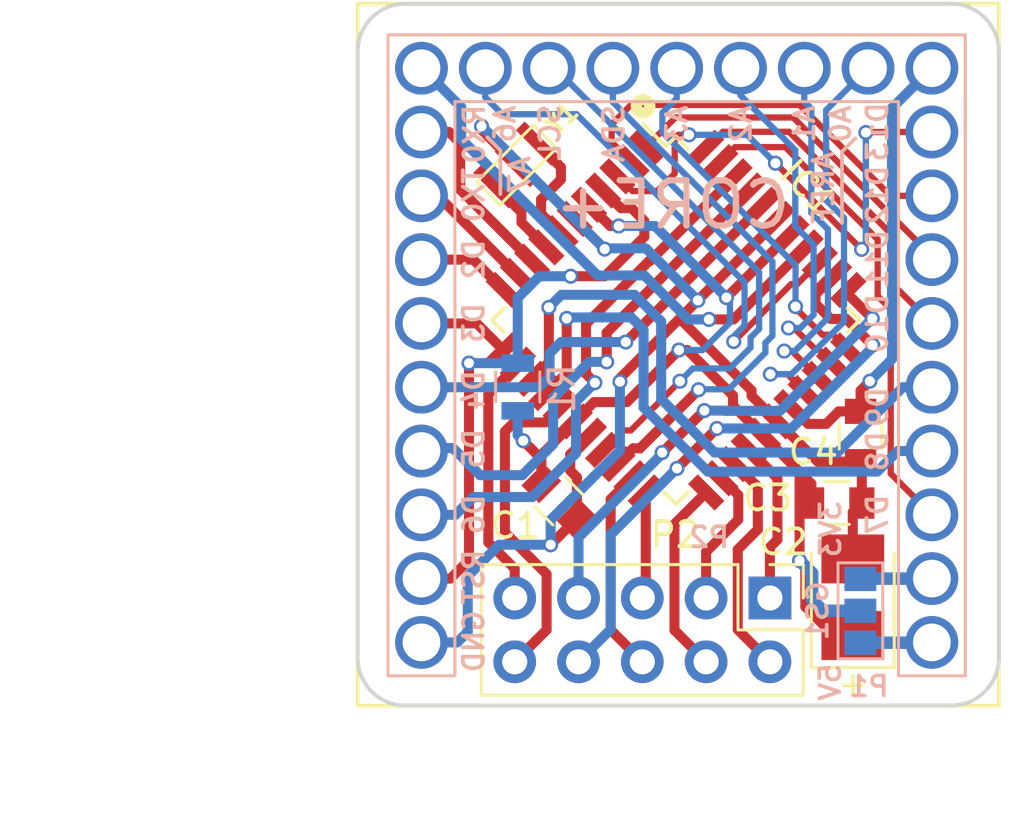
<source format=kicad_pcb>
(kicad_pcb (version 4) (host pcbnew 4.0.6)

  (general
    (links 57)
    (no_connects 0)
    (area 124.255401 62.659999 165.4744 97.616001)
    (thickness 1.6)
    (drawings 57)
    (tracks 424)
    (zones 0)
    (modules 10)
    (nets 41)
  )

  (page A4)
  (title_block
    (title "Microduino Core+ DE")
    (date "24 dicembre 2017")
    (rev 0.1)
  )

  (layers
    (0 F.Cu signal)
    (31 B.Cu signal)
    (32 B.Adhes user)
    (33 F.Adhes user)
    (34 B.Paste user)
    (35 F.Paste user)
    (36 B.SilkS user)
    (37 F.SilkS user)
    (38 B.Mask user)
    (39 F.Mask user)
    (44 Edge.Cuts user)
    (45 Margin user)
    (46 B.CrtYd user)
    (47 F.CrtYd user)
    (48 B.Fab user)
    (49 F.Fab user)
  )

  (setup
    (last_trace_width 0.25)
    (user_trace_width 0.4)
    (user_trace_width 0.5)
    (user_trace_width 0.75)
    (user_trace_width 1)
    (user_trace_width 1.5)
    (user_trace_width 2)
    (user_trace_width 2.5)
    (user_trace_width 3)
    (trace_clearance 0.2)
    (zone_clearance 0.508)
    (zone_45_only no)
    (trace_min 0.2)
    (segment_width 0.45)
    (edge_width 0.15)
    (via_size 0.6)
    (via_drill 0.4)
    (via_min_size 0.4)
    (via_min_drill 0.3)
    (user_via 1 0.5)
    (user_via 1.2 0.6)
    (uvia_size 0.3)
    (uvia_drill 0.1)
    (uvias_allowed no)
    (uvia_min_size 0.2)
    (uvia_min_drill 0.1)
    (pcb_text_width 0.15)
    (pcb_text_size 0.8 0.8)
    (mod_edge_width 0.15)
    (mod_text_size 1 1)
    (mod_text_width 0.15)
    (pad_size 1.7 1.7)
    (pad_drill 1)
    (pad_to_mask_clearance 0.2)
    (aux_axis_origin 0 0)
    (grid_origin 126.111 104.775)
    (visible_elements 7FFFFFFF)
    (pcbplotparams
      (layerselection 0x210fc_80000001)
      (usegerberextensions false)
      (excludeedgelayer true)
      (linewidth 0.100000)
      (plotframeref false)
      (viasonmask false)
      (mode 1)
      (useauxorigin false)
      (hpglpennumber 1)
      (hpglpenspeed 20)
      (hpglpendiameter 15)
      (hpglpenoverlay 2)
      (psnegative false)
      (psa4output false)
      (plotreference true)
      (plotvalue true)
      (plotinvisibletext false)
      (padsonsilk false)
      (subtractmaskfromsilk false)
      (outputformat 1)
      (mirror false)
      (drillshape 0)
      (scaleselection 1)
      (outputdirectory ""))
  )

  (net 0 "")
  (net 1 +5V)
  (net 2 +3V3)
  (net 3 /D7)
  (net 4 /D8)
  (net 5 /D9)
  (net 6 /D10)
  (net 7 /D11)
  (net 8 /D12)
  (net 9 /D13)
  (net 10 /A0)
  (net 11 /A1)
  (net 12 /A2)
  (net 13 /A3)
  (net 14 /SDA)
  (net 15 /SCL)
  (net 16 /A6)
  (net 17 /A7)
  (net 18 /D4)
  (net 19 /D5)
  (net 20 /D6)
  (net 21 /RESET)
  (net 22 GND)
  (net 23 "Net-(IC1-Pad7)")
  (net 24 "Net-(IC1-Pad8)")
  (net 25 "/D0(RX0)")
  (net 26 "/D1(TX0)")
  (net 27 "/D2(RX1)")
  (net 28 "/D3(TX1)")
  (net 29 /A4)
  (net 30 /A5)
  (net 31 /AREF)
  (net 32 /D22)
  (net 33 /D23)
  (net 34 "/D19(TCK)")
  (net 35 "/D18(TMS)")
  (net 36 "/D17(TDO)")
  (net 37 "/D16(TDI)")
  (net 38 /D15)
  (net 39 /D14)
  (net 40 "Net-(C1-Pad1)")

  (net_class Default "Questo è il gruppo di collegamenti predefinito"
    (clearance 0.2)
    (trace_width 0.25)
    (via_dia 0.6)
    (via_drill 0.4)
    (uvia_dia 0.3)
    (uvia_drill 0.1)
    (add_net +3V3)
    (add_net +5V)
    (add_net /A0)
    (add_net /A1)
    (add_net /A2)
    (add_net /A3)
    (add_net /A4)
    (add_net /A5)
    (add_net /A6)
    (add_net /A7)
    (add_net /AREF)
    (add_net "/D0(RX0)")
    (add_net "/D1(TX0)")
    (add_net /D10)
    (add_net /D11)
    (add_net /D12)
    (add_net /D13)
    (add_net /D14)
    (add_net /D15)
    (add_net "/D16(TDI)")
    (add_net "/D17(TDO)")
    (add_net "/D18(TMS)")
    (add_net "/D19(TCK)")
    (add_net "/D2(RX1)")
    (add_net /D22)
    (add_net /D23)
    (add_net "/D3(TX1)")
    (add_net /D4)
    (add_net /D5)
    (add_net /D6)
    (add_net /D7)
    (add_net /D8)
    (add_net /D9)
    (add_net /RESET)
    (add_net /SCL)
    (add_net /SDA)
    (add_net GND)
    (add_net "Net-(C1-Pad1)")
    (add_net "Net-(IC1-Pad7)")
    (add_net "Net-(IC1-Pad8)")
  )

  (module Libreria_PCB_mia:Upin_27 (layer B.Cu) (tedit 597CFFC4) (tstamp 58E8EECB)
    (at 161.5694 88.1634 180)
    (descr "Through hole straight socket strip, 1x09, 2.54mm pitch, single row")
    (tags "Through hole socket strip THT 1x09 2.54mm single row")
    (path /58E8C7EF)
    (fp_text reference P1 (at 2.5084 -1.7516 180) (layer B.SilkS)
      (effects (font (size 0.8 0.8) (thickness 0.15)) (justify mirror))
    )
    (fp_text value CONN_1x27 (at -2.83 10.17 450) (layer B.Fab)
      (effects (font (size 1 1) (thickness 0.15)) (justify mirror))
    )
    (fp_line (start 1.8 -1.78) (end 1.8 21.05) (layer B.CrtYd) (width 0.12))
    (fp_line (start 18.52 21.05) (end 1.8 21.05) (layer B.CrtYd) (width 0.12))
    (fp_line (start -1.27 24.13) (end -1.27 -1.27) (layer B.Fab) (width 0.12))
    (fp_line (start 1.27 -1.27) (end 1.27 21.59) (layer B.Fab) (width 0.12))
    (fp_line (start 1.27 21.59) (end 19.05 21.59) (layer B.Fab) (width 0.12))
    (fp_line (start 19.05 21.59) (end 19.05 -1.27) (layer B.Fab) (width 0.12))
    (fp_line (start 19.05 -1.27) (end 21.59 -1.27) (layer B.Fab) (width 0.12))
    (fp_line (start 21.59 -1.27) (end 21.59 24.13) (layer B.Fab) (width 0.12))
    (fp_line (start 21.59 24.13) (end -1.27 24.13) (layer B.Fab) (width 0.12))
    (fp_line (start 21.65 -1.33) (end 21.65 24.19) (layer B.SilkS) (width 0.12))
    (fp_line (start 21.65 24.19) (end -1.33 24.19) (layer B.SilkS) (width 0.12))
    (fp_line (start -1.33 -1.33) (end -1.33 24.19) (layer B.SilkS) (width 0.12))
    (fp_line (start 1.33 -1.33) (end 1.33 21.53) (layer B.SilkS) (width 0.12))
    (fp_line (start 1.33 21.53) (end 18.99 21.53) (layer B.SilkS) (width 0.12))
    (fp_line (start 18.99 -1.33) (end 18.99 21.53) (layer B.SilkS) (width 0.12))
    (fp_line (start 18.99 -1.33) (end 18.99 5.48) (layer B.SilkS) (width 0.12))
    (fp_line (start -1.8 24.67) (end 22.12 24.67) (layer B.CrtYd) (width 0.12))
    (fp_line (start -1.8 -1.78) (end -1.8 24.67) (layer B.CrtYd) (width 0.12))
    (fp_line (start 22.12 -1.78) (end 22.12 24.67) (layer B.CrtYd) (width 0.12))
    (fp_line (start 18.52 21.05) (end 18.52 -1.8) (layer B.CrtYd) (width 0.12))
    (fp_line (start 18.52 -1.8) (end 22.12 -1.8) (layer B.CrtYd) (width 0.12))
    (fp_line (start -1.27 -1.27) (end 1.27 -1.27) (layer B.Fab) (width 0.12))
    (fp_line (start -1.33 -1.33) (end 1.33 -1.33) (layer B.SilkS) (width 0.12))
    (fp_line (start 21.65 -1.33) (end 18.99 -1.33) (layer B.SilkS) (width 0.12))
    (fp_line (start -1.33 20.32) (end -1.33 21.65) (layer B.SilkS) (width 0.12))
    (fp_line (start -1.8 -1.78) (end 1.8 -1.78) (layer B.CrtYd) (width 0.12))
    (fp_text user %R (at 2.5084 -1.7416 180) (layer B.Fab)
      (effects (font (size 1 1) (thickness 0.15)) (justify mirror))
    )
    (pad 9 thru_hole circle (at 0 20.32 180) (size 2.1 2.1) (drill 1.5) (layers *.Cu *.Mask)
      (net 9 /D13))
    (pad 8 thru_hole circle (at 0 17.78 180) (size 2.1 2.1) (drill 1.5) (layers *.Cu *.Mask)
      (net 8 /D12))
    (pad 7 thru_hole circle (at 0 15.24 180) (size 2.1 2.1) (drill 1.5) (layers *.Cu *.Mask)
      (net 7 /D11))
    (pad 6 thru_hole circle (at 0 12.7 180) (size 2.1 2.1) (drill 1.5) (layers *.Cu *.Mask)
      (net 6 /D10))
    (pad 5 thru_hole circle (at 0 10.16 180) (size 2.1 2.1) (drill 1.5) (layers *.Cu *.Mask)
      (net 5 /D9))
    (pad 4 thru_hole circle (at 0 7.62 180) (size 2.1 2.1) (drill 1.5) (layers *.Cu *.Mask)
      (net 4 /D8))
    (pad 3 thru_hole circle (at 0 5.08 180) (size 2.1 2.1) (drill 1.5) (layers *.Cu *.Mask)
      (net 3 /D7))
    (pad 2 thru_hole circle (at 0 2.54 180) (size 2.1 2.1) (drill 1.5) (layers *.Cu *.Mask)
      (net 2 +3V3))
    (pad 1 thru_hole circle (at 0 0 180) (size 2.1 2.1) (drill 1.5) (layers *.Cu *.Mask)
      (net 1 +5V))
    (pad 10 thru_hole circle (at 0 22.86 180) (size 2.1 2.1) (drill 1.5) (layers *.Cu *.Mask)
      (net 31 /AREF))
    (pad 11 thru_hole circle (at 2.54 22.86 180) (size 2.1 2.1) (drill 1.5) (layers *.Cu *.Mask)
      (net 10 /A0))
    (pad 12 thru_hole circle (at 5.08 22.86 180) (size 2.1 2.1) (drill 1.5) (layers *.Cu *.Mask)
      (net 11 /A1))
    (pad 13 thru_hole circle (at 7.62 22.86 180) (size 2.1 2.1) (drill 1.5) (layers *.Cu *.Mask)
      (net 12 /A2))
    (pad 14 thru_hole circle (at 10.16 22.86 180) (size 2.1 2.1) (drill 1.5) (layers *.Cu *.Mask)
      (net 13 /A3))
    (pad 15 thru_hole circle (at 12.7 22.86 180) (size 2.1 2.1) (drill 1.5) (layers *.Cu *.Mask)
      (net 14 /SDA))
    (pad 16 thru_hole circle (at 15.24 22.86 180) (size 2.1 2.1) (drill 1.5) (layers *.Cu *.Mask)
      (net 15 /SCL))
    (pad 17 thru_hole circle (at 17.78 22.86 180) (size 2.1 2.1) (drill 1.5) (layers *.Cu *.Mask)
      (net 16 /A6))
    (pad 18 thru_hole circle (at 20.32 22.86 180) (size 2.1 2.1) (drill 1.5) (layers *.Cu *.Mask)
      (net 17 /A7))
    (pad 19 thru_hole circle (at 20.32 20.32 180) (size 2.1 2.1) (drill 1.5) (layers *.Cu *.Mask)
      (net 25 "/D0(RX0)"))
    (pad 20 thru_hole circle (at 20.32 17.78 180) (size 2.1 2.1) (drill 1.5) (layers *.Cu *.Mask)
      (net 26 "/D1(TX0)"))
    (pad 21 thru_hole circle (at 20.32 15.24 180) (size 2.1 2.1) (drill 1.5) (layers *.Cu *.Mask)
      (net 27 "/D2(RX1)"))
    (pad 22 thru_hole circle (at 20.32 12.7 180) (size 2.1 2.1) (drill 1.5) (layers *.Cu *.Mask)
      (net 28 "/D3(TX1)"))
    (pad 23 thru_hole circle (at 20.32 10.16 180) (size 2.1 2.1) (drill 1.5) (layers *.Cu *.Mask)
      (net 18 /D4))
    (pad 24 thru_hole circle (at 20.32 7.62 180) (size 2.1 2.1) (drill 1.5) (layers *.Cu *.Mask)
      (net 19 /D5))
    (pad 25 thru_hole circle (at 20.32 5.08 180) (size 2.1 2.1) (drill 1.5) (layers *.Cu *.Mask)
      (net 20 /D6))
    (pad 26 thru_hole circle (at 20.32 2.54 180) (size 2.1 2.1) (drill 1.5) (layers *.Cu *.Mask)
      (net 21 /RESET))
    (pad 27 thru_hole circle (at 20.32 0 180) (size 2.1 2.1) (drill 1.5) (layers *.Cu *.Mask)
      (net 22 GND))
  )

  (module Capacitors_Tantalum_SMD:CP_Tantalum_Case-B_EIA-3528-21_Reflow (layer F.Cu) (tedit 597AC3F9) (tstamp 5979C8E3)
    (at 158.421 86.365 90)
    (descr "Tantalum capacitor, Case B, EIA 3528-21, 3.5x2.8x1.9mm, Reflow soldering footprint")
    (tags "capacitor tantalum smd")
    (path /594FDD53)
    (attr smd)
    (fp_text reference C2 (at 2.2 -2.78 180) (layer F.SilkS)
      (effects (font (size 1 1) (thickness 0.15)))
    )
    (fp_text value 10uF (at 0 3.15 90) (layer F.Fab)
      (effects (font (size 1 1) (thickness 0.15)))
    )
    (fp_text user %R (at 0 0 90) (layer F.Fab)
      (effects (font (size 0.8 0.8) (thickness 0.12)))
    )
    (fp_line (start -2.85 -1.75) (end -2.85 1.75) (layer F.CrtYd) (width 0.05))
    (fp_line (start -2.85 1.75) (end 2.85 1.75) (layer F.CrtYd) (width 0.05))
    (fp_line (start 2.85 1.75) (end 2.85 -1.75) (layer F.CrtYd) (width 0.05))
    (fp_line (start 2.85 -1.75) (end -2.85 -1.75) (layer F.CrtYd) (width 0.05))
    (fp_line (start -1.75 -1.4) (end -1.75 1.4) (layer F.Fab) (width 0.1))
    (fp_line (start -1.75 1.4) (end 1.75 1.4) (layer F.Fab) (width 0.1))
    (fp_line (start 1.75 1.4) (end 1.75 -1.4) (layer F.Fab) (width 0.1))
    (fp_line (start 1.75 -1.4) (end -1.75 -1.4) (layer F.Fab) (width 0.1))
    (fp_line (start -1.4 -1.4) (end -1.4 1.4) (layer F.Fab) (width 0.1))
    (fp_line (start -1.225 -1.4) (end -1.225 1.4) (layer F.Fab) (width 0.1))
    (fp_line (start -2.8 -1.65) (end 1.75 -1.65) (layer F.SilkS) (width 0.12))
    (fp_line (start -2.8 1.65) (end 1.75 1.65) (layer F.SilkS) (width 0.12))
    (fp_line (start -2.8 -1.65) (end -2.8 1.65) (layer F.SilkS) (width 0.12))
    (pad 1 smd rect (at -1.525 0 90) (size 1.95 2.5) (layers F.Cu F.Paste F.Mask)
      (net 40 "Net-(C1-Pad1)"))
    (pad 2 smd rect (at 1.525 0 90) (size 1.95 2.5) (layers F.Cu F.Paste F.Mask)
      (net 22 GND))
    (model Capacitors_Tantalum_SMD.3dshapes/CP_Tantalum_Case-B_EIA-3528-21.wrl
      (at (xyz 0 0 0))
      (scale (xyz 1 1 1))
      (rotate (xyz 0 0 0))
    )
  )

  (module Capacitors_SMD:C_0805 (layer F.Cu) (tedit 597AC6F3) (tstamp 5979C8E9)
    (at 157.781 82.615)
    (descr "Capacitor SMD 0805, reflow soldering, AVX (see smccp.pdf)")
    (tags "capacitor 0805")
    (path /594FDE58)
    (attr smd)
    (fp_text reference C3 (at -2.75 -0.2) (layer F.SilkS)
      (effects (font (size 1 1) (thickness 0.15)))
    )
    (fp_text value 100nF (at 0 1.75) (layer F.Fab)
      (effects (font (size 1 1) (thickness 0.15)))
    )
    (fp_text user %R (at -2.75 -0.2) (layer F.Fab)
      (effects (font (size 1 1) (thickness 0.15)))
    )
    (fp_line (start -1 0.62) (end -1 -0.62) (layer F.Fab) (width 0.1))
    (fp_line (start 1 0.62) (end -1 0.62) (layer F.Fab) (width 0.1))
    (fp_line (start 1 -0.62) (end 1 0.62) (layer F.Fab) (width 0.1))
    (fp_line (start -1 -0.62) (end 1 -0.62) (layer F.Fab) (width 0.1))
    (fp_line (start 0.5 -0.85) (end -0.5 -0.85) (layer F.SilkS) (width 0.12))
    (fp_line (start -0.5 0.85) (end 0.5 0.85) (layer F.SilkS) (width 0.12))
    (fp_line (start -1.75 -0.88) (end 1.75 -0.88) (layer F.CrtYd) (width 0.05))
    (fp_line (start -1.75 -0.88) (end -1.75 0.87) (layer F.CrtYd) (width 0.05))
    (fp_line (start 1.75 0.87) (end 1.75 -0.88) (layer F.CrtYd) (width 0.05))
    (fp_line (start 1.75 0.87) (end -1.75 0.87) (layer F.CrtYd) (width 0.05))
    (pad 1 smd rect (at -1 0) (size 1 1.25) (layers F.Cu F.Paste F.Mask)
      (net 40 "Net-(C1-Pad1)"))
    (pad 2 smd rect (at 1 0) (size 1 1.25) (layers F.Cu F.Paste F.Mask)
      (net 22 GND))
    (model Capacitors_SMD.3dshapes/C_0805.wrl
      (at (xyz 0 0 0))
      (scale (xyz 1 1 1))
      (rotate (xyz 0 0 0))
    )
  )

  (module Capacitors_SMD:C_0805 (layer F.Cu) (tedit 597AC42B) (tstamp 5979C8EF)
    (at 158.731 79.965 270)
    (descr "Capacitor SMD 0805, reflow soldering, AVX (see smccp.pdf)")
    (tags "capacitor 0805")
    (path /5975F99E)
    (attr smd)
    (fp_text reference C4 (at 0.61 1.88 360) (layer F.SilkS)
      (effects (font (size 1 1) (thickness 0.15)))
    )
    (fp_text value 100nF (at 0 1.75 270) (layer F.Fab)
      (effects (font (size 1 1) (thickness 0.15)))
    )
    (fp_text user %R (at 0.61 1.88 360) (layer F.Fab)
      (effects (font (size 1 1) (thickness 0.15)))
    )
    (fp_line (start -1 0.62) (end -1 -0.62) (layer F.Fab) (width 0.1))
    (fp_line (start 1 0.62) (end -1 0.62) (layer F.Fab) (width 0.1))
    (fp_line (start 1 -0.62) (end 1 0.62) (layer F.Fab) (width 0.1))
    (fp_line (start -1 -0.62) (end 1 -0.62) (layer F.Fab) (width 0.1))
    (fp_line (start 0.5 -0.85) (end -0.5 -0.85) (layer F.SilkS) (width 0.12))
    (fp_line (start -0.5 0.85) (end 0.5 0.85) (layer F.SilkS) (width 0.12))
    (fp_line (start -1.75 -0.88) (end 1.75 -0.88) (layer F.CrtYd) (width 0.05))
    (fp_line (start -1.75 -0.88) (end -1.75 0.87) (layer F.CrtYd) (width 0.05))
    (fp_line (start 1.75 0.87) (end 1.75 -0.88) (layer F.CrtYd) (width 0.05))
    (fp_line (start 1.75 0.87) (end -1.75 0.87) (layer F.CrtYd) (width 0.05))
    (pad 1 smd rect (at -1 0 270) (size 1 1.25) (layers F.Cu F.Paste F.Mask)
      (net 31 /AREF))
    (pad 2 smd rect (at 1 0 270) (size 1 1.25) (layers F.Cu F.Paste F.Mask)
      (net 22 GND))
    (model Capacitors_SMD.3dshapes/C_0805.wrl
      (at (xyz 0 0 0))
      (scale (xyz 1 1 1))
      (rotate (xyz 0 0 0))
    )
  )

  (module Housings_QFP:TQFP-44_10x10mm_Pitch0.8mm (layer F.Cu) (tedit 597ACA2B) (tstamp 5979C91F)
    (at 151.381 75.335 315)
    (descr "44-Lead Plastic Thin Quad Flatpack (PT) - 10x10x1.0 mm Body [TQFP] (see Microchip Packaging Specification 00000049BS.pdf)")
    (tags "QFP 0.8")
    (path /59759D4C)
    (attr smd)
    (fp_text reference IC1 (at 0 -7.45 315) (layer F.SilkS)
      (effects (font (size 1 1) (thickness 0.15)))
    )
    (fp_text value ATMEGA644PA-A (at 0 7.45 315) (layer F.Fab)
      (effects (font (size 1 1) (thickness 0.15)))
    )
    (fp_text user %R (at 0 0 315) (layer F.Fab)
      (effects (font (size 1 1) (thickness 0.15)))
    )
    (fp_line (start -4 -5) (end 5 -5) (layer F.Fab) (width 0.15))
    (fp_line (start 5 -5) (end 5 5) (layer F.Fab) (width 0.15))
    (fp_line (start 5 5) (end -5 5) (layer F.Fab) (width 0.15))
    (fp_line (start -5 5) (end -5 -4) (layer F.Fab) (width 0.15))
    (fp_line (start -5 -4) (end -4 -5) (layer F.Fab) (width 0.15))
    (fp_line (start -6.7 -6.7) (end -6.7 6.7) (layer F.CrtYd) (width 0.05))
    (fp_line (start 6.7 -6.7) (end 6.7 6.7) (layer F.CrtYd) (width 0.05))
    (fp_line (start -6.7 -6.7) (end 6.7 -6.7) (layer F.CrtYd) (width 0.05))
    (fp_line (start -6.7 6.7) (end 6.7 6.7) (layer F.CrtYd) (width 0.05))
    (fp_line (start -5.175 -5.175) (end -5.175 -4.6) (layer F.SilkS) (width 0.15))
    (fp_line (start 5.175 -5.175) (end 5.175 -4.5) (layer F.SilkS) (width 0.15))
    (fp_line (start 5.175 5.175) (end 5.175 4.5) (layer F.SilkS) (width 0.15))
    (fp_line (start -5.175 5.175) (end -5.175 4.5) (layer F.SilkS) (width 0.15))
    (fp_line (start -5.175 -5.175) (end -4.5 -5.175) (layer F.SilkS) (width 0.15))
    (fp_line (start -5.175 5.175) (end -4.5 5.175) (layer F.SilkS) (width 0.15))
    (fp_line (start 5.175 5.175) (end 4.5 5.175) (layer F.SilkS) (width 0.15))
    (fp_line (start 5.175 -5.175) (end 4.5 -5.175) (layer F.SilkS) (width 0.15))
    (fp_line (start -5.175 -4.6) (end -6.45 -4.6) (layer F.SilkS) (width 0.15))
    (pad 1 smd rect (at -5.7 -4 315) (size 1.5 0.55) (layers F.Cu F.Paste F.Mask)
      (net 7 /D11))
    (pad 2 smd rect (at -5.7 -3.2 315) (size 1.5 0.55) (layers F.Cu F.Paste F.Mask)
      (net 8 /D12))
    (pad 3 smd rect (at -5.7 -2.4 315) (size 1.5 0.55) (layers F.Cu F.Paste F.Mask)
      (net 9 /D13))
    (pad 4 smd rect (at -5.7 -1.6 315) (size 1.5 0.55) (layers F.Cu F.Paste F.Mask)
      (net 21 /RESET))
    (pad 5 smd rect (at -5.7 -0.8 315) (size 1.5 0.55) (layers F.Cu F.Paste F.Mask)
      (net 40 "Net-(C1-Pad1)"))
    (pad 6 smd rect (at -5.7 0 315) (size 1.5 0.55) (layers F.Cu F.Paste F.Mask)
      (net 22 GND))
    (pad 7 smd rect (at -5.7 0.8 315) (size 1.5 0.55) (layers F.Cu F.Paste F.Mask)
      (net 23 "Net-(IC1-Pad7)"))
    (pad 8 smd rect (at -5.7 1.6 315) (size 1.5 0.55) (layers F.Cu F.Paste F.Mask)
      (net 24 "Net-(IC1-Pad8)"))
    (pad 9 smd rect (at -5.7 2.4 315) (size 1.5 0.55) (layers F.Cu F.Paste F.Mask)
      (net 25 "/D0(RX0)"))
    (pad 10 smd rect (at -5.7 3.2 315) (size 1.5 0.55) (layers F.Cu F.Paste F.Mask)
      (net 26 "/D1(TX0)"))
    (pad 11 smd rect (at -5.7 4 315) (size 1.5 0.55) (layers F.Cu F.Paste F.Mask)
      (net 27 "/D2(RX1)"))
    (pad 12 smd rect (at -4 5.7 45) (size 1.5 0.55) (layers F.Cu F.Paste F.Mask)
      (net 28 "/D3(TX1)"))
    (pad 13 smd rect (at -3.2 5.7 45) (size 1.5 0.55) (layers F.Cu F.Paste F.Mask)
      (net 32 /D22))
    (pad 14 smd rect (at -2.4 5.7 45) (size 1.5 0.55) (layers F.Cu F.Paste F.Mask)
      (net 5 /D9))
    (pad 15 smd rect (at -1.6 5.7 45) (size 1.5 0.55) (layers F.Cu F.Paste F.Mask)
      (net 4 /D8))
    (pad 16 smd rect (at -0.8 5.7 45) (size 1.5 0.55) (layers F.Cu F.Paste F.Mask)
      (net 33 /D23))
    (pad 17 smd rect (at 0 5.7 45) (size 1.5 0.55) (layers F.Cu F.Paste F.Mask)
      (net 40 "Net-(C1-Pad1)"))
    (pad 18 smd rect (at 0.8 5.7 45) (size 1.5 0.55) (layers F.Cu F.Paste F.Mask)
      (net 22 GND))
    (pad 19 smd rect (at 1.6 5.7 45) (size 1.5 0.55) (layers F.Cu F.Paste F.Mask)
      (net 15 /SCL))
    (pad 20 smd rect (at 2.4 5.7 45) (size 1.5 0.55) (layers F.Cu F.Paste F.Mask)
      (net 14 /SDA))
    (pad 21 smd rect (at 3.2 5.7 45) (size 1.5 0.55) (layers F.Cu F.Paste F.Mask)
      (net 34 "/D19(TCK)"))
    (pad 22 smd rect (at 4 5.7 45) (size 1.5 0.55) (layers F.Cu F.Paste F.Mask)
      (net 35 "/D18(TMS)"))
    (pad 23 smd rect (at 5.7 4 315) (size 1.5 0.55) (layers F.Cu F.Paste F.Mask)
      (net 36 "/D17(TDO)"))
    (pad 24 smd rect (at 5.7 3.2 315) (size 1.5 0.55) (layers F.Cu F.Paste F.Mask)
      (net 37 "/D16(TDI)"))
    (pad 25 smd rect (at 5.7 2.4 315) (size 1.5 0.55) (layers F.Cu F.Paste F.Mask)
      (net 38 /D15))
    (pad 26 smd rect (at 5.7 1.6 315) (size 1.5 0.55) (layers F.Cu F.Paste F.Mask)
      (net 39 /D14))
    (pad 27 smd rect (at 5.7 0.8 315) (size 1.5 0.55) (layers F.Cu F.Paste F.Mask)
      (net 40 "Net-(C1-Pad1)"))
    (pad 28 smd rect (at 5.7 0 315) (size 1.5 0.55) (layers F.Cu F.Paste F.Mask)
      (net 22 GND))
    (pad 29 smd rect (at 5.7 -0.8 315) (size 1.5 0.55) (layers F.Cu F.Paste F.Mask)
      (net 31 /AREF))
    (pad 30 smd rect (at 5.7 -1.6 315) (size 1.5 0.55) (layers F.Cu F.Paste F.Mask)
      (net 10 /A0))
    (pad 31 smd rect (at 5.7 -2.4 315) (size 1.5 0.55) (layers F.Cu F.Paste F.Mask)
      (net 11 /A1))
    (pad 32 smd rect (at 5.7 -3.2 315) (size 1.5 0.55) (layers F.Cu F.Paste F.Mask)
      (net 12 /A2))
    (pad 33 smd rect (at 5.7 -4 315) (size 1.5 0.55) (layers F.Cu F.Paste F.Mask)
      (net 13 /A3))
    (pad 34 smd rect (at 4 -5.7 45) (size 1.5 0.55) (layers F.Cu F.Paste F.Mask)
      (net 29 /A4))
    (pad 35 smd rect (at 3.2 -5.7 45) (size 1.5 0.55) (layers F.Cu F.Paste F.Mask)
      (net 30 /A5))
    (pad 36 smd rect (at 2.4 -5.7 45) (size 1.5 0.55) (layers F.Cu F.Paste F.Mask)
      (net 16 /A6))
    (pad 37 smd rect (at 1.6 -5.7 45) (size 1.5 0.55) (layers F.Cu F.Paste F.Mask)
      (net 17 /A7))
    (pad 38 smd rect (at 0.8 -5.7 45) (size 1.5 0.55) (layers F.Cu F.Paste F.Mask)
      (net 40 "Net-(C1-Pad1)"))
    (pad 39 smd rect (at 0 -5.7 45) (size 1.5 0.55) (layers F.Cu F.Paste F.Mask)
      (net 22 GND))
    (pad 40 smd rect (at -0.8 -5.7 45) (size 1.5 0.55) (layers F.Cu F.Paste F.Mask)
      (net 18 /D4))
    (pad 41 smd rect (at -1.6 -5.7 45) (size 1.5 0.55) (layers F.Cu F.Paste F.Mask)
      (net 19 /D5))
    (pad 42 smd rect (at -2.4 -5.7 45) (size 1.5 0.55) (layers F.Cu F.Paste F.Mask)
      (net 20 /D6))
    (pad 43 smd rect (at -3.2 -5.7 45) (size 1.5 0.55) (layers F.Cu F.Paste F.Mask)
      (net 3 /D7))
    (pad 44 smd rect (at -4 -5.7 45) (size 1.5 0.55) (layers F.Cu F.Paste F.Mask)
      (net 6 /D10))
    (model ${KISYS3DMOD}/Housings_QFP.3dshapes/TQFP-44_10x10mm_Pitch0.8mm.wrl
      (at (xyz 0 0 0))
      (scale (xyz 1 1 1))
      (rotate (xyz 0 0 0))
    )
  )

  (module Pin_Headers:Pin_Header_Straight_2x05_Pitch2.54mm (layer F.Cu) (tedit 59909547) (tstamp 5979C92D)
    (at 155.121 86.395 270)
    (descr "Through hole straight pin header, 2x05, 2.54mm pitch, double rows")
    (tags "Through hole pin header THT 2x05 2.54mm double row")
    (path /5975B925)
    (fp_text reference P2 (at -2.52 3.77 360) (layer F.SilkS)
      (effects (font (size 1 1) (thickness 0.15)))
    )
    (fp_text value CONN_02X05 (at 1.27 12.49 270) (layer F.Fab)
      (effects (font (size 1 1) (thickness 0.15)))
    )
    (fp_line (start 0 -1.27) (end 3.81 -1.27) (layer F.Fab) (width 0.1))
    (fp_line (start 3.81 -1.27) (end 3.81 11.43) (layer F.Fab) (width 0.1))
    (fp_line (start 3.81 11.43) (end -1.27 11.43) (layer F.Fab) (width 0.1))
    (fp_line (start -1.27 11.43) (end -1.27 0) (layer F.Fab) (width 0.1))
    (fp_line (start -1.27 0) (end 0 -1.27) (layer F.Fab) (width 0.1))
    (fp_line (start -1.33 11.49) (end 3.87 11.49) (layer F.SilkS) (width 0.12))
    (fp_line (start -1.33 1.27) (end -1.33 11.49) (layer F.SilkS) (width 0.12))
    (fp_line (start 3.87 -1.33) (end 3.87 11.49) (layer F.SilkS) (width 0.12))
    (fp_line (start -1.33 1.27) (end 1.27 1.27) (layer F.SilkS) (width 0.12))
    (fp_line (start 1.27 1.27) (end 1.27 -1.33) (layer F.SilkS) (width 0.12))
    (fp_line (start 1.27 -1.33) (end 3.87 -1.33) (layer F.SilkS) (width 0.12))
    (fp_line (start -1.33 0) (end -1.33 -1.33) (layer F.SilkS) (width 0.12))
    (fp_line (start -1.33 -1.33) (end 0 -1.33) (layer F.SilkS) (width 0.12))
    (fp_line (start -1.8 -1.8) (end -1.8 11.95) (layer F.CrtYd) (width 0.05))
    (fp_line (start -1.8 11.95) (end 4.35 11.95) (layer F.CrtYd) (width 0.05))
    (fp_line (start 4.35 11.95) (end 4.35 -1.8) (layer F.CrtYd) (width 0.05))
    (fp_line (start 4.35 -1.8) (end -1.8 -1.8) (layer F.CrtYd) (width 0.05))
    (fp_text user %R (at 1.27 5.08 360) (layer F.Fab)
      (effects (font (size 1 1) (thickness 0.15)))
    )
    (pad 1 thru_hole rect (at 0 0 270) (size 1.7 1.7) (drill 1) (layers *.Cu *.Mask)
      (net 39 /D14))
    (pad 2 thru_hole circle (at 2.54 0 270) (size 1.7 1.7) (drill 1) (layers *.Cu *.Mask)
      (net 38 /D15))
    (pad 3 thru_hole circle (at 0 2.54 270) (size 1.7 1.7) (drill 1) (layers *.Cu *.Mask)
      (net 37 "/D16(TDI)"))
    (pad 4 thru_hole circle (at 2.54 2.54 270) (size 1.7 1.7) (drill 1) (layers *.Cu *.Mask)
      (net 36 "/D17(TDO)"))
    (pad 5 thru_hole circle (at 0 5.08 270) (size 1.7 1.7) (drill 1) (layers *.Cu *.Mask)
      (net 35 "/D18(TMS)"))
    (pad 6 thru_hole circle (at 2.54 5.08 270) (size 1.7 1.7) (drill 1) (layers *.Cu *.Mask)
      (net 34 "/D19(TCK)"))
    (pad 7 thru_hole circle (at 0 7.62 270) (size 1.7 1.7) (drill 1) (layers *.Cu *.Mask)
      (net 29 /A4))
    (pad 8 thru_hole circle (at 2.54 7.62 270) (size 1.7 1.7) (drill 1) (layers *.Cu *.Mask)
      (net 30 /A5))
    (pad 9 thru_hole circle (at 0 10.16 270) (size 1.7 1.7) (drill 1) (layers *.Cu *.Mask)
      (net 32 /D22))
    (pad 10 thru_hole circle (at 2.54 10.16 270) (size 1.7 1.7) (drill 1) (layers *.Cu *.Mask)
      (net 33 /D23))
  )

  (module Resistors_SMD:R_0805 (layer B.Cu) (tedit 597B1A37) (tstamp 5979C933)
    (at 145.081 77.995 270)
    (descr "Resistor SMD 0805, reflow soldering, Vishay (see dcrcw.pdf)")
    (tags "resistor 0805")
    (path /59502FA7)
    (attr smd)
    (fp_text reference R1 (at 0.07 -1.76 450) (layer B.SilkS)
      (effects (font (size 1 1) (thickness 0.15)) (justify mirror))
    )
    (fp_text value 4k7 (at 0 -1.75 270) (layer B.Fab)
      (effects (font (size 1 1) (thickness 0.15)) (justify mirror))
    )
    (fp_text user %R (at 0 0 270) (layer B.Fab)
      (effects (font (size 0.5 0.5) (thickness 0.075)) (justify mirror))
    )
    (fp_line (start -1 -0.62) (end -1 0.62) (layer B.Fab) (width 0.1))
    (fp_line (start 1 -0.62) (end -1 -0.62) (layer B.Fab) (width 0.1))
    (fp_line (start 1 0.62) (end 1 -0.62) (layer B.Fab) (width 0.1))
    (fp_line (start -1 0.62) (end 1 0.62) (layer B.Fab) (width 0.1))
    (fp_line (start 0.6 -0.88) (end -0.6 -0.88) (layer B.SilkS) (width 0.12))
    (fp_line (start -0.6 0.88) (end 0.6 0.88) (layer B.SilkS) (width 0.12))
    (fp_line (start -1.55 0.9) (end 1.55 0.9) (layer B.CrtYd) (width 0.05))
    (fp_line (start -1.55 0.9) (end -1.55 -0.9) (layer B.CrtYd) (width 0.05))
    (fp_line (start 1.55 -0.9) (end 1.55 0.9) (layer B.CrtYd) (width 0.05))
    (fp_line (start 1.55 -0.9) (end -1.55 -0.9) (layer B.CrtYd) (width 0.05))
    (pad 1 smd rect (at -0.95 0 270) (size 0.7 1.3) (layers B.Cu B.Paste B.Mask)
      (net 21 /RESET))
    (pad 2 smd rect (at 0.95 0 270) (size 0.7 1.3) (layers B.Cu B.Paste B.Mask)
      (net 40 "Net-(C1-Pad1)"))
    (model ${KISYS3DMOD}/Resistors_SMD.3dshapes/R_0805.wrl
      (at (xyz 0 0 0))
      (scale (xyz 1 1 1))
      (rotate (xyz 0 0 0))
    )
  )

  (module Libreria_PCB_mia:Resonator_SMD_muRata_CST-3pin_3.2x1.3mm (layer F.Cu) (tedit 59909513) (tstamp 5979F497)
    (at 145.041 69.155 225)
    (descr "SMD Resomator/Filter Murata SFECV, http://cdn-reichelt.de/documents/datenblatt/B400/SFECV-107.pdf, hand-soldering, 6.9x2.9mm^2 package")
    (tags "SMD SMT ceramic resonator filter filter hand-soldering")
    (path /59760148)
    (attr smd)
    (fp_text reference Y1 (at -2.588011 0.028284 405) (layer F.SilkS)
      (effects (font (size 0.7 0.7) (thickness 0.15)))
    )
    (fp_text value 8MHz (at 0 3 225) (layer F.Fab)
      (effects (font (size 1 1) (thickness 0.15)))
    )
    (fp_line (start -1.6 0.65) (end -1.6 -0.65) (layer F.SilkS) (width 0.12))
    (fp_line (start -1.6 -0.65) (end 1.6 -0.65) (layer F.SilkS) (width 0.12))
    (fp_line (start 1.6 -0.65) (end 1.6 0.65) (layer F.SilkS) (width 0.12))
    (fp_line (start 1.6 0.65) (end -1.6 0.65) (layer F.SilkS) (width 0.12))
    (fp_line (start -1.6 0.65) (end 1.6 0.65) (layer F.CrtYd) (width 0.05))
    (fp_line (start 1.6 0.65) (end 1.6 -0.65) (layer F.CrtYd) (width 0.05))
    (fp_line (start 1.6 -0.65) (end -1.6 -0.65) (layer F.CrtYd) (width 0.05))
    (fp_line (start -1.6 -0.65) (end -1.6 0.65) (layer F.CrtYd) (width 0.05))
    (fp_line (start -1.5 0) (end -0.95 0.55) (layer F.Fab) (width 0.1))
    (fp_line (start 1.5 0.54) (end 1.5 -0.55) (layer F.Fab) (width 0.1))
    (fp_line (start 1.5 -0.55) (end -0.02 -0.55) (layer F.Fab) (width 0.1))
    (fp_line (start -0.02 -0.55) (end -0.91 -0.55) (layer F.Fab) (width 0.1))
    (fp_line (start -0.91 -0.55) (end -1.5 -0.55) (layer F.Fab) (width 0.1))
    (fp_line (start -1.5 -0.55) (end -1.5 0.55) (layer F.Fab) (width 0.1))
    (fp_line (start -1.5 0.55) (end 1.5 0.55) (layer F.Fab) (width 0.1))
    (fp_text user %R (at 0 0 225) (layer F.Fab)
      (effects (font (size 0.7 0.7) (thickness 0.15)))
    )
    (pad 1 smd rect (at -1.2 0 225) (size 0.5 2) (layers F.Cu F.Paste F.Mask)
      (net 23 "Net-(IC1-Pad7)"))
    (pad 2 smd rect (at 0 0 225) (size 0.5 2) (layers F.Cu F.Paste F.Mask)
      (net 22 GND))
    (pad 3 smd rect (at 1.2 0 225) (size 0.5 2) (layers F.Cu F.Paste F.Mask)
      (net 24 "Net-(IC1-Pad8)"))
    (model ${KISYS3DMOD}/Crystals.3dshapes/Resonator_SMD_muRata_SFECV-3pin_6.9x2.9mm_HandSoldering.wrl
      (at (xyz 0 0 0))
      (scale (xyz 1 1 1))
      (rotate (xyz 0 0 0))
    )
  )

  (module Libreria_PCB_mia:C_0805_315° (layer F.Cu) (tedit 597B1ECA) (tstamp 597BAA52)
    (at 146.731 82.535)
    (descr "Capacitor SMD 0805, reflow soldering, AVX (see smccp.pdf)")
    (tags "capacitor 0805")
    (path /5975F8C7)
    (attr smd)
    (fp_text reference C1 (at -1.75 0.98) (layer F.SilkS)
      (effects (font (size 1 1) (thickness 0.15)))
    )
    (fp_text value 100nF (at 0 1.75) (layer F.Fab)
      (effects (font (size 1 1) (thickness 0.15)))
    )
    (fp_text user %R (at -1.75 0.98) (layer F.Fab)
      (effects (font (size 1 1) (thickness 0.15)))
    )
    (fp_line (start -1.149049 -0.270165) (end -0.272236 -1.146977) (layer F.Fab) (width 0.1))
    (fp_line (start 0.265165 1.144049) (end -1.149049 -0.270165) (layer F.Fab) (width 0.1))
    (fp_line (start 1.141977 0.267236) (end 0.265165 1.144049) (layer F.Fab) (width 0.1))
    (fp_line (start -0.272236 -1.146977) (end 1.141977 0.267236) (layer F.Fab) (width 0.1))
    (fp_line (start 0.951059 -0.248952) (end 0.243952 -0.956059) (layer F.SilkS) (width 0.12))
    (fp_line (start -0.95813 0.246023) (end -0.251023 0.95313) (layer F.SilkS) (width 0.12))
    (fp_line (start -0.618718 -1.861155) (end 1.856155 0.613718) (layer F.CrtYd) (width 0.05))
    (fp_line (start -0.618718 -1.861155) (end -1.856155 -0.623718) (layer F.CrtYd) (width 0.05))
    (fp_line (start 0.618718 1.851155) (end 1.856155 0.613718) (layer F.CrtYd) (width 0.05))
    (fp_line (start 0.618718 1.851155) (end -1.856155 -0.623718) (layer F.CrtYd) (width 0.05))
    (pad 1 smd rect (at -0.710642 -0.708571 315) (size 1 1.25) (layers F.Cu F.Paste F.Mask)
      (net 40 "Net-(C1-Pad1)"))
    (pad 2 smd rect (at 0.703571 0.705642 315) (size 1 1.25) (layers F.Cu F.Paste F.Mask)
      (net 22 GND))
    (model Capacitors_SMD.3dshapes/C_0805.wrl
      (at (xyz 0 0 0))
      (scale (xyz 1 1 1))
      (rotate (xyz 0 0 0))
    )
  )

  (module Connectors:GS3 (layer B.Cu) (tedit 597DB2B1) (tstamp 597CF660)
    (at 158.721 86.905)
    (descr "3-pin solder bridge")
    (tags "solder bridge")
    (path /597CFCA5)
    (attr smd)
    (fp_text reference GS1 (at -1.7 0 90) (layer B.SilkS)
      (effects (font (size 0.8 0.8) (thickness 0.15)) (justify mirror))
    )
    (fp_text value GS3 (at 1.8 0 270) (layer B.Fab)
      (effects (font (size 1 1) (thickness 0.15)) (justify mirror))
    )
    (fp_line (start -1.15 2.15) (end 1.15 2.15) (layer B.CrtYd) (width 0.05))
    (fp_line (start 1.15 2.15) (end 1.15 -2.15) (layer B.CrtYd) (width 0.05))
    (fp_line (start 1.15 -2.15) (end -1.15 -2.15) (layer B.CrtYd) (width 0.05))
    (fp_line (start -1.15 -2.15) (end -1.15 2.15) (layer B.CrtYd) (width 0.05))
    (fp_line (start -0.89 1.91) (end -0.89 -1.91) (layer B.SilkS) (width 0.12))
    (fp_line (start -0.89 -1.91) (end 0.89 -1.91) (layer B.SilkS) (width 0.12))
    (fp_line (start 0.89 -1.91) (end 0.89 1.91) (layer B.SilkS) (width 0.12))
    (fp_line (start -0.89 1.91) (end 0.89 1.91) (layer B.SilkS) (width 0.12))
    (pad 1 smd rect (at 0 1.27) (size 1.27 0.97) (layers B.Cu B.Paste B.Mask)
      (net 1 +5V))
    (pad 2 smd rect (at 0 0) (size 1.27 0.97) (layers B.Cu B.Paste B.Mask)
      (net 40 "Net-(C1-Pad1)"))
    (pad 3 smd rect (at 0 -1.27) (size 1.27 0.97) (layers B.Cu B.Paste B.Mask)
      (net 2 +3V3))
  )

  (gr_text + (at 158.431 89.795) (layer F.SilkS)
    (effects (font (size 1 1) (thickness 0.15)))
  )
  (gr_circle (center 150.071 66.815) (end 150.261 67.005) (layer F.SilkS) (width 0.45))
  (gr_text CORE+ (at 151.241 70.745) (layer B.SilkS)
    (effects (font (size 1.8 1.8) (thickness 0.25)) (justify mirror))
  )
  (gr_line (start 164.231 62.735) (end 138.711 62.735) (angle 90) (layer F.SilkS) (width 0.15))
  (gr_line (start 164.231 90.685) (end 164.231 62.735) (angle 90) (layer F.SilkS) (width 0.15))
  (gr_line (start 138.711 90.685) (end 164.231 90.685) (angle 90) (layer F.SilkS) (width 0.15))
  (gr_line (start 138.711 62.745) (end 138.711 90.685) (angle 90) (layer F.SilkS) (width 0.15))
  (gr_text P2 (at 152.701 83.975) (layer B.SilkS)
    (effects (font (size 0.8 0.8) (thickness 0.15)) (justify mirror))
  )
  (gr_text GND (at 143.331 88.125 90) (layer B.SilkS)
    (effects (font (size 0.8 0.8) (thickness 0.15)) (justify mirror))
  )
  (gr_text RST (at 143.331 85.565 90) (layer B.SilkS)
    (effects (font (size 0.8 0.8) (thickness 0.15)) (justify mirror))
  )
  (gr_text D6 (at 143.331 83.065 90) (layer B.SilkS)
    (effects (font (size 0.8 0.8) (thickness 0.15)) (justify mirror))
  )
  (gr_text D5 (at 143.331 80.455 90) (layer B.SilkS)
    (effects (font (size 0.8 0.8) (thickness 0.15)) (justify mirror))
  )
  (gr_text D4 (at 143.331 78.125 90) (layer B.SilkS)
    (effects (font (size 0.8 0.8) (thickness 0.15)) (justify mirror))
  )
  (gr_text D3 (at 143.331 75.445 90) (layer B.SilkS)
    (effects (font (size 0.8 0.8) (thickness 0.15)) (justify mirror))
  )
  (gr_text D2 (at 143.331 72.915 90) (layer B.SilkS)
    (effects (font (size 0.8 0.8) (thickness 0.15)) (justify mirror))
  )
  (gr_text A7 (at 145.161 69.545 90) (layer B.SilkS)
    (effects (font (size 0.8 0.8) (thickness 0.15)) (justify mirror))
  )
  (gr_line (start 144.391 68.575) (end 144.391 70.315) (angle 90) (layer B.SilkS) (width 0.15))
  (gr_line (start 143.871 68.055) (end 144.391 68.575) (angle 90) (layer B.SilkS) (width 0.15))
  (gr_text TX0 (at 143.331 70.355 90) (layer B.SilkS)
    (effects (font (size 0.8 0.8) (thickness 0.15)) (justify mirror))
  )
  (gr_text RX0 (at 143.351 67.935 90) (layer B.SilkS)
    (effects (font (size 0.8 0.8) (thickness 0.15)) (justify mirror))
  )
  (gr_text A6 (at 144.571 67.525 90) (layer B.SilkS)
    (effects (font (size 0.8 0.8) (thickness 0.15)) (justify mirror))
  )
  (gr_text SCL (at 146.361 67.865 90) (layer B.SilkS)
    (effects (font (size 0.8 0.8) (thickness 0.15)) (justify mirror))
  )
  (gr_text SDA (at 148.901 67.905 90) (layer B.SilkS)
    (effects (font (size 0.8 0.8) (thickness 0.15)) (justify mirror))
  )
  (gr_text A3 (at 151.411 67.525 90) (layer B.SilkS)
    (effects (font (size 0.8 0.8) (thickness 0.15)) (justify mirror))
  )
  (gr_text A2 (at 153.961 67.525 90) (layer B.SilkS)
    (effects (font (size 0.8 0.8) (thickness 0.15)) (justify mirror))
  )
  (gr_line (start 157.991 68.625) (end 157.991 71.465) (angle 90) (layer B.SilkS) (width 0.15))
  (gr_text A1 (at 156.491 67.525 90) (layer B.SilkS)
    (effects (font (size 0.8 0.8) (thickness 0.15)) (justify mirror))
  )
  (gr_text A0 (at 157.931 67.525 90) (layer B.SilkS)
    (effects (font (size 0.8 0.8) (thickness 0.15)) (justify mirror))
  )
  (gr_text AREF (at 157.251 70.085 90) (layer B.SilkS)
    (effects (font (size 0.8 0.8) (thickness 0.15)) (justify mirror))
  )
  (gr_line (start 158.521 68.095) (end 157.991 68.625) (angle 90) (layer B.SilkS) (width 0.15))
  (gr_text D13 (at 159.401 67.845 90) (layer B.SilkS)
    (effects (font (size 0.8 0.8) (thickness 0.15)) (justify mirror))
  )
  (gr_text D12 (at 159.401 70.355 90) (layer B.SilkS)
    (effects (font (size 0.8 0.8) (thickness 0.15)) (justify mirror))
  )
  (gr_text D11 (at 159.401 72.905 90) (layer B.SilkS)
    (effects (font (size 0.8 0.8) (thickness 0.15)) (justify mirror))
  )
  (gr_text D10 (at 159.401 75.465 90) (layer B.SilkS)
    (effects (font (size 0.8 0.8) (thickness 0.15)) (justify mirror))
  )
  (gr_text D9 (at 159.401 78.795 90) (layer B.SilkS)
    (effects (font (size 0.8 0.8) (thickness 0.15)) (justify mirror))
  )
  (gr_text D8 (at 159.401 80.555 90) (layer B.SilkS)
    (effects (font (size 0.8 0.8) (thickness 0.15)) (justify mirror))
  )
  (gr_text D7 (at 159.401 83.075 90) (layer B.SilkS)
    (effects (font (size 0.8 0.8) (thickness 0.15)) (justify mirror))
  )
  (gr_text 3V3 (at 157.531 83.655 90) (layer B.SilkS)
    (effects (font (size 0.8 0.8) (thickness 0.15)) (justify mirror))
  )
  (gr_text 5V (at 157.521 89.745 90) (layer B.SilkS)
    (effects (font (size 0.8 0.8) (thickness 0.15)) (justify mirror))
  )
  (gr_arc (start 162.3314 64.643) (end 162.3314 62.738) (angle 90) (layer Edge.Cuts) (width 0.15) (tstamp 58E794C0))
  (gr_arc (start 140.6144 88.773) (end 140.6144 90.678) (angle 90) (layer Edge.Cuts) (width 0.15) (tstamp 58E794BF))
  (gr_arc (start 140.6144 64.643) (end 138.7094 64.643) (angle 90) (layer Edge.Cuts) (width 0.15) (tstamp 58E794BE))
  (gr_arc (start 162.3314 88.773) (end 164.2364 88.773) (angle 90) (layer Edge.Cuts) (width 0.15) (tstamp 58E794BD))
  (gr_line (start 162.3314 90.678) (end 140.6144 90.678) (angle 90) (layer Edge.Cuts) (width 0.15) (tstamp 58E794BC))
  (gr_line (start 138.7094 88.773) (end 138.7094 64.643) (angle 90) (layer Edge.Cuts) (width 0.15) (tstamp 58E794BB))
  (gr_line (start 140.6144 62.738) (end 162.3314 62.738) (angle 90) (layer Edge.Cuts) (width 0.15) (tstamp 58E794BA))
  (gr_line (start 164.2364 64.643) (end 164.2364 88.773) (angle 90) (layer Edge.Cuts) (width 0.15) (tstamp 58E794B9))
  (gr_line (start 164.2364 64.643) (end 164.2364 88.773) (angle 90) (layer Edge.Cuts) (width 0.15))
  (gr_line (start 140.6144 62.738) (end 162.3314 62.738) (angle 90) (layer Edge.Cuts) (width 0.15))
  (gr_line (start 138.7094 88.773) (end 138.7094 64.643) (angle 90) (layer Edge.Cuts) (width 0.15))
  (gr_line (start 162.3314 90.678) (end 140.6144 90.678) (angle 90) (layer Edge.Cuts) (width 0.15))
  (gr_arc (start 162.3314 88.773) (end 164.2364 88.773) (angle 90) (layer Edge.Cuts) (width 0.15) (tstamp 58DCB572))
  (gr_arc (start 140.6144 64.643) (end 138.7094 64.643) (angle 90) (layer Edge.Cuts) (width 0.15) (tstamp 58DCB570))
  (gr_arc (start 140.6144 88.773) (end 140.6144 90.678) (angle 90) (layer Edge.Cuts) (width 0.15) (tstamp 58DCB56C))
  (gr_arc (start 162.3314 64.643) (end 162.3314 62.738) (angle 90) (layer Edge.Cuts) (width 0.15))
  (dimension 27.94 (width 0.3) (layer F.Fab)
    (gr_text "27,940 mm" (at 130.7554 76.708 270) (layer F.Fab)
      (effects (font (size 1.5 1.5) (thickness 0.3)))
    )
    (feature1 (pts (xy 134.1374 90.678) (xy 129.4054 90.678)))
    (feature2 (pts (xy 134.1374 62.738) (xy 129.4054 62.738)))
    (crossbar (pts (xy 132.1054 62.738) (xy 132.1054 90.678)))
    (arrow1a (pts (xy 132.1054 90.678) (xy 131.518979 89.551496)))
    (arrow1b (pts (xy 132.1054 90.678) (xy 132.691821 89.551496)))
    (arrow2a (pts (xy 132.1054 62.738) (xy 131.518979 63.864504)))
    (arrow2b (pts (xy 132.1054 62.738) (xy 132.691821 63.864504)))
  )
  (dimension 25.527 (width 0.3) (layer F.Fab)
    (gr_text "25,527 mm" (at 151.0284 96.266) (layer F.Fab) (tstamp 58DCB33B)
      (effects (font (size 1.5 1.5) (thickness 0.3)))
    )
    (feature1 (pts (xy 138.8364 92.456) (xy 138.8364 97.568999)))
    (feature2 (pts (xy 164.3634 92.456) (xy 164.3634 97.568999)))
    (crossbar (pts (xy 164.3634 94.868999) (xy 138.8364 94.868999)))
    (arrow1a (pts (xy 138.8364 94.868999) (xy 139.962904 94.282578)))
    (arrow1b (pts (xy 138.8364 94.868999) (xy 139.962904 95.45542)))
    (arrow2a (pts (xy 164.3634 94.868999) (xy 163.236896 94.282578)))
    (arrow2b (pts (xy 164.3634 94.868999) (xy 163.236896 95.45542)))
  )

  (segment (start 158.721 88.175) (end 161.5578 88.175) (width 0.5) (layer B.Cu) (net 1))
  (segment (start 161.5578 88.175) (end 161.5694 88.1634) (width 0.4) (layer B.Cu) (net 1) (tstamp 597CF759))
  (segment (start 161.5694 85.6234) (end 158.7326 85.6234) (width 0.5) (layer B.Cu) (net 2))
  (segment (start 158.7326 85.6234) (end 158.721 85.635) (width 0.4) (layer B.Cu) (net 2) (tstamp 597CF754))
  (segment (start 153.148767 69.04175) (end 153.148767 69.037233) (width 0.4) (layer F.Cu) (net 3))
  (segment (start 153.148767 69.037233) (end 153.741 68.445) (width 0.25) (layer F.Cu) (net 3) (tstamp 5979FC3A))
  (segment (start 159.931 81.445) (end 161.5694 83.0834) (width 0.25) (layer F.Cu) (net 3) (tstamp 5979FC6E))
  (segment (start 159.931 74.895) (end 159.931 81.445) (width 0.25) (layer F.Cu) (net 3) (tstamp 5979FC62))
  (segment (start 159.411 74.375) (end 159.931 74.895) (width 0.25) (layer F.Cu) (net 3) (tstamp 5979FC5B))
  (segment (start 159.411 72.125) (end 159.411 74.375) (width 0.25) (layer F.Cu) (net 3) (tstamp 5979FC49))
  (segment (start 155.731 68.445) (end 159.411 72.125) (width 0.25) (layer F.Cu) (net 3) (tstamp 5979FC44))
  (segment (start 153.741 68.445) (end 155.731 68.445) (width 0.25) (layer F.Cu) (net 3) (tstamp 5979FC3E))
  (segment (start 161.5694 80.5434) (end 160.2326 80.5434) (width 0.4) (layer B.Cu) (net 4))
  (segment (start 150.091 78.805) (end 152.6494 81.3634) (width 0.4) (layer B.Cu) (net 4) (tstamp 5979FE5B))
  (segment (start 150.091 75.715) (end 150.091 78.805) (width 0.4) (layer B.Cu) (net 4) (tstamp 5979FE54))
  (segment (start 149.601 75.225) (end 150.091 75.715) (width 0.4) (layer B.Cu) (net 4) (tstamp 5979FE4D))
  (segment (start 147.071 75.225) (end 149.601 75.225) (width 0.4) (layer B.Cu) (net 4) (tstamp 5979FE47))
  (segment (start 147.031 75.265) (end 147.071 75.225) (width 0.4) (layer B.Cu) (net 4) (tstamp 5979FE46))
  (via (at 147.031 75.265) (size 0.6) (drill 0.4) (layers F.Cu B.Cu) (net 4))
  (segment (start 147.031 77.435) (end 147.031 75.265) (width 0.4) (layer F.Cu) (net 4) (tstamp 5979FE32))
  (segment (start 147.031 77.435) (end 146.231862 78.234138) (width 0.4) (layer F.Cu) (net 4) (tstamp 5979FE26))
  (segment (start 159.3926 81.3634) (end 152.6494 81.3634) (width 0.4) (layer B.Cu) (net 4) (tstamp 597A21A9))
  (segment (start 160.2226 80.5334) (end 159.3926 81.3634) (width 0.4) (layer B.Cu) (net 4) (tstamp 597A21A5))
  (segment (start 160.2326 80.5434) (end 160.2226 80.5334) (width 0.4) (layer B.Cu) (net 4) (tstamp 597A21D6))
  (segment (start 146.21912 78.234138) (end 146.231862 78.234138) (width 0.4) (layer F.Cu) (net 4))
  (segment (start 145.653435 77.668452) (end 145.667548 77.668452) (width 0.4) (layer F.Cu) (net 5))
  (segment (start 145.667548 77.668452) (end 146.321 77.015) (width 0.4) (layer F.Cu) (net 5) (tstamp 5979FDBA))
  (segment (start 146.321 77.015) (end 146.321 74.825) (width 0.4) (layer F.Cu) (net 5) (tstamp 5979FDC5))
  (via (at 146.321 74.825) (size 0.6) (drill 0.4) (layers F.Cu B.Cu) (net 5))
  (segment (start 146.321 74.825) (end 146.821 74.325) (width 0.4) (layer B.Cu) (net 5) (tstamp 5979FDE4))
  (segment (start 146.821 74.325) (end 149.731 74.325) (width 0.4) (layer B.Cu) (net 5) (tstamp 5979FDE5))
  (segment (start 149.731 74.325) (end 150.791 75.385) (width 0.4) (layer B.Cu) (net 5) (tstamp 5979FDEA))
  (segment (start 150.791 75.385) (end 150.791 78.475) (width 0.4) (layer B.Cu) (net 5) (tstamp 5979FE0B))
  (segment (start 150.791 78.475) (end 152.921 80.605) (width 0.4) (layer B.Cu) (net 5) (tstamp 5979FE14))
  (segment (start 152.921 80.605) (end 157.811 80.605) (width 0.4) (layer B.Cu) (net 5) (tstamp 5979FE16))
  (segment (start 157.811 80.605) (end 160.4126 78.0034) (width 0.4) (layer B.Cu) (net 5) (tstamp 5979FE1A))
  (segment (start 160.4126 78.0034) (end 161.5694 78.0034) (width 0.4) (layer B.Cu) (net 5) (tstamp 5979FE1F))
  (segment (start 152.583082 68.476064) (end 152.609936 68.476064) (width 0.4) (layer F.Cu) (net 6))
  (segment (start 152.609936 68.476064) (end 153.251 67.835) (width 0.25) (layer F.Cu) (net 6) (tstamp 5979FB1C))
  (segment (start 160.071 73.965) (end 161.5694 75.4634) (width 0.25) (layer F.Cu) (net 6) (tstamp 5979FB36))
  (segment (start 160.071 72.025) (end 160.071 73.965) (width 0.25) (layer F.Cu) (net 6) (tstamp 5979FB2F))
  (segment (start 155.881 67.835) (end 160.071 72.025) (width 0.25) (layer F.Cu) (net 6) (tstamp 5979FB29))
  (segment (start 153.251 67.835) (end 155.881 67.835) (width 0.25) (layer F.Cu) (net 6) (tstamp 5979FB24))
  (segment (start 150.178918 68.476064) (end 150.178918 68.447082) (width 0.4) (layer F.Cu) (net 7))
  (segment (start 150.178918 68.447082) (end 151.361 67.265) (width 0.25) (layer F.Cu) (net 7) (tstamp 5979FB7D))
  (segment (start 151.361 67.265) (end 156.051 67.265) (width 0.25) (layer F.Cu) (net 7) (tstamp 5979FB81))
  (segment (start 156.051 67.265) (end 161.8744 73.0884) (width 0.25) (layer F.Cu) (net 7) (tstamp 5979FB87))
  (segment (start 161.5694 70.3834) (end 159.9194 70.3834) (width 0.25) (layer F.Cu) (net 8))
  (segment (start 148.821 68.249517) (end 149.613233 69.04175) (width 0.25) (layer F.Cu) (net 8) (tstamp 597AB9CD))
  (segment (start 148.821 67.535) (end 148.821 68.249517) (width 0.25) (layer F.Cu) (net 8) (tstamp 597AB9CB))
  (segment (start 149.591 66.765) (end 148.821 67.535) (width 0.25) (layer F.Cu) (net 8) (tstamp 597AB9C3))
  (segment (start 156.301 66.765) (end 149.591 66.765) (width 0.25) (layer F.Cu) (net 8) (tstamp 597AB9A8))
  (segment (start 159.9194 70.3834) (end 156.301 66.765) (width 0.25) (layer F.Cu) (net 8) (tstamp 597AB9A1))
  (segment (start 149.613233 69.04175) (end 149.613233 69.057233) (width 0.4) (layer F.Cu) (net 8))
  (segment (start 151.331 68.325) (end 151.331 68.105) (width 0.25) (layer F.Cu) (net 9))
  (segment (start 154.211 67.955) (end 155.341 69.085) (width 0.25) (layer B.Cu) (net 9) (tstamp 597ABDEA))
  (via (at 155.341 69.085) (size 0.6) (drill 0.4) (layers F.Cu B.Cu) (net 9))
  (segment (start 158.771 72.515) (end 155.341 69.085) (width 0.25) (layer F.Cu) (net 9) (tstamp 597ABDFC))
  (via (at 151.901 67.955) (size 0.6) (drill 0.4) (layers F.Cu B.Cu) (net 9))
  (segment (start 149.651 70.195) (end 149.063435 69.607435) (width 0.25) (layer F.Cu) (net 9) (tstamp 597ABAEC))
  (segment (start 151.331 69.495) (end 151.331 68.325) (width 0.25) (layer F.Cu) (net 9) (tstamp 597ABB03))
  (segment (start 150.631 70.195) (end 151.331 69.495) (width 0.25) (layer F.Cu) (net 9) (tstamp 597ABAFE))
  (segment (start 149.651 70.195) (end 150.631 70.195) (width 0.25) (layer F.Cu) (net 9) (tstamp 597ABAF3))
  (segment (start 151.901 67.955) (end 154.211 67.955) (width 0.25) (layer B.Cu) (net 9))
  (segment (start 151.481 67.955) (end 151.901 67.955) (width 0.25) (layer F.Cu) (net 9) (tstamp 597AC1E6))
  (segment (start 151.331 68.105) (end 151.481 67.955) (width 0.25) (layer F.Cu) (net 9) (tstamp 597AC1DF))
  (segment (start 158.771 72.525) (end 158.771 72.515) (width 0.25) (layer F.Cu) (net 9))
  (segment (start 158.771 72.515) (end 158.771 72.525) (width 0.25) (layer F.Cu) (net 9) (tstamp 597ABDFD))
  (via (at 158.771 72.515) (size 0.6) (drill 0.4) (layers F.Cu B.Cu) (net 9))
  (segment (start 158.771 72.515) (end 158.941 72.345) (width 0.25) (layer B.Cu) (net 9) (tstamp 597ABE23))
  (segment (start 158.941 72.345) (end 158.941 67.865) (width 0.25) (layer B.Cu) (net 9) (tstamp 597ABE24))
  (via (at 158.941 67.865) (size 0.6) (drill 0.4) (layers F.Cu B.Cu) (net 9))
  (segment (start 158.941 67.865) (end 158.9626 67.8434) (width 0.25) (layer F.Cu) (net 9) (tstamp 597ABE3B))
  (segment (start 158.9626 67.8434) (end 161.5694 67.8434) (width 0.25) (layer F.Cu) (net 9) (tstamp 597ABE3C))
  (segment (start 149.047548 69.607435) (end 149.063435 69.607435) (width 0.25) (layer F.Cu) (net 9))
  (segment (start 156.54288 78.234138) (end 156.54288 78.20688) (width 0.4) (layer F.Cu) (net 10))
  (segment (start 156.54288 78.20688) (end 155.821 77.485) (width 0.25) (layer F.Cu) (net 10) (tstamp 597A32E6))
  (segment (start 157.361 66.9718) (end 159.0294 65.3034) (width 0.25) (layer B.Cu) (net 10) (tstamp 597A3322))
  (segment (start 157.361 70.555) (end 157.361 66.9718) (width 0.25) (layer B.Cu) (net 10) (tstamp 597A331C))
  (segment (start 158.071 71.265) (end 157.361 70.555) (width 0.25) (layer B.Cu) (net 10) (tstamp 597A3314))
  (segment (start 158.071 75.395) (end 158.071 71.265) (width 0.25) (layer B.Cu) (net 10) (tstamp 597A3303))
  (segment (start 155.981 77.485) (end 158.071 75.395) (width 0.25) (layer B.Cu) (net 10) (tstamp 597A32F9))
  (segment (start 155.141 77.485) (end 155.981 77.485) (width 0.25) (layer B.Cu) (net 10) (tstamp 597A32F8))
  (via (at 155.141 77.485) (size 0.6) (drill 0.4) (layers F.Cu B.Cu) (net 10))
  (segment (start 155.821 77.485) (end 155.141 77.485) (width 0.25) (layer F.Cu) (net 10) (tstamp 597A32ED))
  (segment (start 157.431 74.825) (end 157.431 75.245) (width 0.25) (layer B.Cu) (net 11))
  (segment (start 157.431 71.715) (end 156.771 71.055) (width 0.25) (layer B.Cu) (net 11) (tstamp 597ABE6E))
  (segment (start 156.771 71.055) (end 156.771 66.915) (width 0.25) (layer B.Cu) (net 11) (tstamp 597ABE71))
  (segment (start 156.771 66.915) (end 156.4894 66.6334) (width 0.25) (layer B.Cu) (net 11) (tstamp 597ABE7A))
  (segment (start 156.4894 65.3034) (end 156.4894 66.6334) (width 0.25) (layer B.Cu) (net 11) (tstamp 597ABE7D))
  (segment (start 156.001 76.565) (end 157.104452 77.668452) (width 0.25) (layer F.Cu) (net 11) (tstamp 597A32BD))
  (segment (start 157.431 74.825) (end 157.431 71.935) (width 0.25) (layer B.Cu) (net 11) (tstamp 597A32CD))
  (via (at 155.691 76.565) (size 0.6) (drill 0.4) (layers F.Cu B.Cu) (net 11))
  (segment (start 156.001 76.565) (end 155.691 76.565) (width 0.25) (layer F.Cu) (net 11) (tstamp 597A32C5))
  (segment (start 157.431 71.935) (end 157.431 71.715) (width 0.25) (layer B.Cu) (net 11))
  (segment (start 156.111 76.565) (end 155.691 76.565) (width 0.25) (layer B.Cu) (net 11) (tstamp 597ABFEB))
  (segment (start 157.431 75.245) (end 156.111 76.565) (width 0.25) (layer B.Cu) (net 11) (tstamp 597ABFE9))
  (segment (start 157.108565 77.668452) (end 157.104452 77.668452) (width 0.4) (layer F.Cu) (net 11))
  (segment (start 156.131 71.595) (end 156.861 72.325) (width 0.25) (layer B.Cu) (net 12))
  (segment (start 156.131 71.595) (end 156.131 68.565) (width 0.25) (layer B.Cu) (net 12) (tstamp 597ABE86))
  (segment (start 156.131 68.565) (end 153.9494 66.3834) (width 0.25) (layer B.Cu) (net 12) (tstamp 597ABE8C))
  (segment (start 153.9494 65.3034) (end 153.9494 66.3834) (width 0.25) (layer B.Cu) (net 12) (tstamp 597ABE92))
  (segment (start 157.051 76.485) (end 157.668767 77.102767) (width 0.25) (layer F.Cu) (net 12) (tstamp 597A3260))
  (via (at 155.861 75.645) (size 0.6) (drill 0.4) (layers F.Cu B.Cu) (net 12))
  (segment (start 156.071 75.635) (end 155.861 75.645) (width 0.25) (layer F.Cu) (net 12) (tstamp 597A3281))
  (segment (start 156.921 76.485) (end 156.071 75.635) (width 0.25) (layer F.Cu) (net 12) (tstamp 597A326D))
  (segment (start 157.051 76.485) (end 156.921 76.485) (width 0.25) (layer F.Cu) (net 12) (tstamp 597A3267))
  (segment (start 156.331 75.645) (end 155.861 75.645) (width 0.25) (layer B.Cu) (net 12) (tstamp 597ABFE3))
  (segment (start 156.861 75.115) (end 156.331 75.645) (width 0.25) (layer B.Cu) (net 12) (tstamp 597ABFD4))
  (segment (start 156.861 72.325) (end 156.861 75.115) (width 0.25) (layer B.Cu) (net 12) (tstamp 597ABFCC))
  (segment (start 157.67425 77.102767) (end 157.668767 77.102767) (width 0.4) (layer F.Cu) (net 12))
  (segment (start 151.4094 66.5066) (end 150.841 67.075) (width 0.25) (layer B.Cu) (net 13))
  (segment (start 157.211 75.915) (end 156.311 75.025) (width 0.25) (layer F.Cu) (net 13) (tstamp 597ABB76))
  (segment (start 156.311 75.025) (end 156.141 74.795) (width 0.25) (layer F.Cu) (net 13) (tstamp 597ABB7F))
  (via (at 156.141 74.795) (size 0.6) (drill 0.4) (layers F.Cu B.Cu) (net 13))
  (segment (start 151.4094 65.3034) (end 151.4094 66.5066) (width 0.25) (layer B.Cu) (net 13) (tstamp 597ABBA1))
  (segment (start 157.631 75.915) (end 158.239936 76.523936) (width 0.25) (layer F.Cu) (net 13) (tstamp 597A3175))
  (segment (start 157.631 75.915) (end 157.271 75.915) (width 0.25) (layer F.Cu) (net 13) (tstamp 597A3179))
  (segment (start 157.271 75.915) (end 157.211 75.915) (width 0.25) (layer F.Cu) (net 13))
  (segment (start 156.141 73.145) (end 156.141 74.795) (width 0.25) (layer B.Cu) (net 13) (tstamp 597AC1CE))
  (segment (start 150.841 67.845) (end 156.141 73.145) (width 0.25) (layer B.Cu) (net 13) (tstamp 597AC1C5))
  (segment (start 150.841 67.075) (end 150.841 67.845) (width 0.25) (layer B.Cu) (net 13) (tstamp 597AC1BD))
  (segment (start 158.239936 76.537082) (end 158.239936 76.523936) (width 0.4) (layer F.Cu) (net 13))
  (segment (start 154.941 76.625) (end 154.941 76.235) (width 0.25) (layer B.Cu) (net 14))
  (segment (start 148.8694 66.6534) (end 154.941 72.725) (width 0.25) (layer B.Cu) (net 14) (tstamp 597A19E7))
  (segment (start 154.941 76.625) (end 153.481 78.085) (width 0.25) (layer B.Cu) (net 14) (tstamp 597A19F5))
  (segment (start 148.8694 65.3034) (end 148.8694 66.6534) (width 0.25) (layer B.Cu) (net 14))
  (via (at 152.281 78.105) (size 0.6) (drill 0.4) (layers F.Cu B.Cu) (net 14))
  (segment (start 153.481 78.085) (end 152.301 78.085) (width 0.25) (layer B.Cu) (net 14))
  (segment (start 155.221 73.005) (end 154.941 72.725) (width 0.25) (layer B.Cu) (net 14) (tstamp 597AC221))
  (segment (start 155.221 75.955) (end 155.221 73.005) (width 0.25) (layer B.Cu) (net 14) (tstamp 597AC21B))
  (segment (start 154.941 76.235) (end 155.221 75.955) (width 0.25) (layer B.Cu) (net 14) (tstamp 597AC20D))
  (segment (start 149.675113 80.435) (end 149.047548 81.062565) (width 0.4) (layer F.Cu) (net 14) (tstamp 597A2680))
  (segment (start 149.951 80.435) (end 149.675113 80.435) (width 0.4) (layer F.Cu) (net 14) (tstamp 597A267C))
  (segment (start 152.281 78.105) (end 149.951 80.435) (width 0.4) (layer F.Cu) (net 14) (tstamp 597A267B))
  (segment (start 154.351 76.425) (end 154.351 76.025) (width 0.25) (layer B.Cu) (net 15))
  (segment (start 146.3294 65.0634) (end 154.351 73.085) (width 0.25) (layer B.Cu) (net 15) (tstamp 597A19B5))
  (segment (start 153.521 77.255) (end 154.351 76.425) (width 0.25) (layer B.Cu) (net 15) (tstamp 597A199F))
  (segment (start 152.051 77.255) (end 153.521 77.255) (width 0.25) (layer B.Cu) (net 15) (tstamp 597A199E))
  (segment (start 149.271 79.725) (end 149.581 79.725) (width 0.25) (layer F.Cu) (net 15) (tstamp 597A198A))
  (segment (start 149.271 79.725) (end 148.49912 80.49688) (width 0.25) (layer F.Cu) (net 15) (tstamp 597A197E))
  (segment (start 151.541 77.765) (end 149.581 79.725) (width 0.25) (layer F.Cu) (net 15) (tstamp 597A2AE9))
  (via (at 151.541 77.765) (size 0.6) (drill 0.4) (layers F.Cu B.Cu) (net 15))
  (segment (start 152.051 77.255) (end 151.541 77.765) (width 0.25) (layer B.Cu) (net 15))
  (segment (start 154.691 73.425) (end 154.351 73.085) (width 0.25) (layer B.Cu) (net 15) (tstamp 597AC234))
  (segment (start 154.691 75.685) (end 154.691 73.425) (width 0.25) (layer B.Cu) (net 15) (tstamp 597AC231))
  (segment (start 154.351 76.025) (end 154.691 75.685) (width 0.25) (layer B.Cu) (net 15) (tstamp 597AC22D))
  (segment (start 148.481862 80.49688) (end 148.49912 80.49688) (width 0.4) (layer F.Cu) (net 15))
  (segment (start 146.3294 65.0634) (end 146.3294 65.3034) (width 0.4) (layer B.Cu) (net 15) (tstamp 597A19D1))
  (via (at 153.681 76.185) (size 0.6) (drill 0.4) (layers F.Cu B.Cu) (net 16))
  (segment (start 155.961 73.905) (end 153.681 76.185) (width 0.25) (layer F.Cu) (net 16) (tstamp 597AC0FE))
  (segment (start 156.201 73.905) (end 155.961 73.905) (width 0.25) (layer F.Cu) (net 16) (tstamp 597AC0F8))
  (segment (start 157.104452 73.001548) (end 156.201 73.905) (width 0.25) (layer F.Cu) (net 16) (tstamp 597AC0F1))
  (segment (start 143.7894 66.4634) (end 143.7894 65.3034) (width 0.25) (layer B.Cu) (net 16) (tstamp 597AC271))
  (segment (start 144.461 67.135) (end 143.7894 66.4634) (width 0.25) (layer B.Cu) (net 16) (tstamp 597AC26D))
  (segment (start 147.421 67.135) (end 144.461 67.135) (width 0.25) (layer B.Cu) (net 16) (tstamp 597AC26B))
  (segment (start 154.111 73.825) (end 147.421 67.135) (width 0.25) (layer B.Cu) (net 16) (tstamp 597AC25C))
  (segment (start 154.111 75.545) (end 154.111 73.825) (width 0.25) (layer B.Cu) (net 16) (tstamp 597AC258))
  (segment (start 153.721 75.935) (end 154.111 75.545) (width 0.25) (layer B.Cu) (net 16) (tstamp 597AC248))
  (segment (start 153.721 76.145) (end 153.721 75.935) (width 0.25) (layer B.Cu) (net 16) (tstamp 597AC242))
  (segment (start 153.681 76.185) (end 153.721 76.145) (width 0.25) (layer B.Cu) (net 16) (tstamp 597AC241))
  (segment (start 157.108565 73.001548) (end 157.104452 73.001548) (width 0.25) (layer F.Cu) (net 16))
  (segment (start 152.691 75.305) (end 153.673742 75.305) (width 0.4) (layer F.Cu) (net 17))
  (segment (start 151.871 75.305) (end 152.691 75.305) (width 0.4) (layer B.Cu) (net 17) (tstamp 597AC305))
  (segment (start 142.831 66.855) (end 142.831 68.125) (width 0.4) (layer B.Cu) (net 17) (tstamp 597A14EB))
  (segment (start 142.831 68.125) (end 148.261 73.555) (width 0.4) (layer B.Cu) (net 17) (tstamp 597A14F5))
  (segment (start 148.261 73.555) (end 150.121 73.555) (width 0.4) (layer B.Cu) (net 17) (tstamp 597A150D))
  (segment (start 141.2794 65.3034) (end 142.831 66.855) (width 0.4) (layer B.Cu) (net 17) (tstamp 597A14DF))
  (via (at 152.691 75.305) (size 0.6) (drill 0.4) (layers F.Cu B.Cu) (net 17))
  (segment (start 150.121 73.555) (end 151.871 75.305) (width 0.4) (layer B.Cu) (net 17))
  (segment (start 153.673742 75.305) (end 156.54288 72.435862) (width 0.4) (layer F.Cu) (net 17) (tstamp 597AC322))
  (segment (start 156.530138 72.435862) (end 156.54288 72.435862) (width 0.4) (layer F.Cu) (net 17) (tstamp 597A2A1B))
  (segment (start 141.2494 65.3034) (end 141.2794 65.3034) (width 0.4) (layer B.Cu) (net 17))
  (segment (start 141.2494 65.3034) (end 141.2994 65.3034) (width 0.4) (layer B.Cu) (net 17))
  (segment (start 149.381 76.205) (end 146.801 76.205) (width 0.4) (layer B.Cu) (net 18))
  (via (at 149.381 76.205) (size 0.6) (drill 0.4) (layers F.Cu B.Cu) (net 18))
  (segment (start 154.847194 70.738806) (end 149.381 76.205) (width 0.4) (layer F.Cu) (net 18) (tstamp 5979F9A1))
  (segment (start 145.9326 78.0034) (end 141.2494 78.0034) (width 0.4) (layer B.Cu) (net 18) (tstamp 597A2D19))
  (segment (start 146.351 77.585) (end 145.9326 78.0034) (width 0.4) (layer B.Cu) (net 18) (tstamp 597A2D16))
  (segment (start 146.351 76.655) (end 146.351 77.585) (width 0.4) (layer B.Cu) (net 18) (tstamp 597A2D13))
  (segment (start 146.801 76.205) (end 146.351 76.655) (width 0.4) (layer B.Cu) (net 18) (tstamp 597A2D0C))
  (segment (start 154.847194 70.738806) (end 154.845823 70.738806) (width 0.4) (layer F.Cu) (net 18) (tstamp 5979F9A2))
  (segment (start 145.271 81.505) (end 145.271 81.495) (width 0.4) (layer B.Cu) (net 19))
  (segment (start 145.271 81.505) (end 143.581 81.505) (width 0.4) (layer B.Cu) (net 19) (tstamp 597A2BFE))
  (segment (start 143.581 81.505) (end 142.501 80.425) (width 0.4) (layer B.Cu) (net 19) (tstamp 597A2C04))
  (segment (start 141.3678 80.425) (end 142.501 80.425) (width 0.4) (layer B.Cu) (net 19) (tstamp 597A2C06))
  (segment (start 148.625988 76.990012) (end 148.625988 75.83001) (width 0.4) (layer F.Cu) (net 19) (tstamp 597A2ED3))
  (segment (start 148.621 76.995) (end 148.625988 76.990012) (width 0.4) (layer F.Cu) (net 19) (tstamp 597A2ED2))
  (via (at 148.621 76.995) (size 0.6) (drill 0.4) (layers F.Cu B.Cu) (net 19))
  (segment (start 147.921 76.995) (end 148.621 76.995) (width 0.4) (layer B.Cu) (net 19) (tstamp 597A2ECC))
  (segment (start 146.491 78.425) (end 147.921 76.995) (width 0.4) (layer B.Cu) (net 19) (tstamp 597A2EB9))
  (segment (start 146.491 80.275) (end 146.491 78.425) (width 0.4) (layer B.Cu) (net 19) (tstamp 597A2EAD))
  (segment (start 145.271 81.495) (end 146.491 80.275) (width 0.4) (layer B.Cu) (net 19) (tstamp 597A2E8F))
  (segment (start 154.280138 70.17312) (end 148.625988 75.83001) (width 0.4) (layer F.Cu) (net 19) (tstamp 5979F9F9))
  (segment (start 148.625988 75.83001) (end 148.621 75.835) (width 0.4) (layer F.Cu) (net 19) (tstamp 597A2ED9))
  (segment (start 141.3678 80.425) (end 141.2494 80.5434) (width 0.4) (layer B.Cu) (net 19) (tstamp 597A2C08))
  (segment (start 148.151 77.825) (end 147.801 77.475) (width 0.4) (layer F.Cu) (net 20))
  (segment (start 150.301 72.985) (end 147.811 75.475) (width 0.4) (layer F.Cu) (net 20) (tstamp 5979FCF6))
  (segment (start 153.714452 69.611548) (end 150.341 72.985) (width 0.4) (layer F.Cu) (net 20) (tstamp 5979FA55))
  (segment (start 150.341 72.985) (end 150.301 72.985) (width 0.4) (layer F.Cu) (net 20))
  (segment (start 147.401 80.635) (end 147.401 78.575) (width 0.4) (layer B.Cu) (net 20) (tstamp 597A2EFE))
  (segment (start 147.401 78.575) (end 148.151 77.825) (width 0.4) (layer B.Cu) (net 20) (tstamp 597A2F0B))
  (via (at 148.151 77.825) (size 0.6) (drill 0.4) (layers F.Cu B.Cu) (net 20))
  (segment (start 142.6026 83.0834) (end 141.2494 83.0834) (width 0.4) (layer B.Cu) (net 20) (tstamp 597A251B))
  (segment (start 143.311 82.375) (end 142.6026 83.0834) (width 0.4) (layer B.Cu) (net 20) (tstamp 597A2518))
  (segment (start 145.661 82.375) (end 143.311 82.375) (width 0.4) (layer B.Cu) (net 20) (tstamp 597A2512))
  (segment (start 145.661 82.375) (end 147.401 80.635) (width 0.4) (layer B.Cu) (net 20))
  (segment (start 147.801 75.485) (end 147.811 75.475) (width 0.4) (layer F.Cu) (net 20) (tstamp 597A2F62))
  (segment (start 147.801 77.475) (end 147.801 75.485) (width 0.4) (layer F.Cu) (net 20) (tstamp 597A2F5A))
  (segment (start 153.714452 69.607435) (end 153.714452 69.611548) (width 0.4) (layer F.Cu) (net 20))
  (segment (start 147.191 73.585) (end 145.941 73.585) (width 0.4) (layer B.Cu) (net 21))
  (segment (start 145.081 74.445) (end 145.081 77.045) (width 0.4) (layer B.Cu) (net 21) (tstamp 597A1612))
  (segment (start 145.941 73.585) (end 145.081 74.445) (width 0.4) (layer B.Cu) (net 21) (tstamp 597A160C))
  (segment (start 145.081 77.045) (end 143.141 77.045) (width 0.4) (layer B.Cu) (net 21) (tstamp 597A1614))
  (segment (start 142.4026 85.6234) (end 141.2494 85.6234) (width 0.4) (layer F.Cu) (net 21) (tstamp 597A1634))
  (segment (start 143.141 84.885) (end 142.4026 85.6234) (width 0.4) (layer F.Cu) (net 21) (tstamp 597A162E))
  (segment (start 143.141 77.045) (end 143.141 84.885) (width 0.4) (layer F.Cu) (net 21) (tstamp 597A162D))
  (via (at 143.141 77.045) (size 0.6) (drill 0.4) (layers F.Cu B.Cu) (net 21))
  (segment (start 148.481862 70.17312) (end 148.48912 70.17312) (width 0.4) (layer F.Cu) (net 21))
  (segment (start 148.48912 70.17312) (end 149.191 70.875) (width 0.4) (layer F.Cu) (net 21) (tstamp 597A151C))
  (segment (start 149.191 70.875) (end 149.611 70.875) (width 0.4) (layer F.Cu) (net 21) (tstamp 597A1526))
  (segment (start 149.611 70.875) (end 150.121 71.385) (width 0.4) (layer F.Cu) (net 21) (tstamp 597A152C))
  (segment (start 150.121 71.385) (end 150.121 72.015) (width 0.4) (layer F.Cu) (net 21) (tstamp 597A152F))
  (segment (start 150.121 72.015) (end 148.551 73.585) (width 0.4) (layer F.Cu) (net 21) (tstamp 597A1532))
  (segment (start 148.551 73.585) (end 147.191 73.585) (width 0.4) (layer F.Cu) (net 21) (tstamp 597A153F))
  (via (at 147.191 73.585) (size 0.6) (drill 0.4) (layers F.Cu B.Cu) (net 21))
  (segment (start 147.438107 83.222107) (end 147.438107 81.592107) (width 0.4) (layer F.Cu) (net 22))
  (segment (start 147.171 81.325) (end 147.171 80.676371) (width 0.4) (layer F.Cu) (net 22) (tstamp 597A1F86))
  (segment (start 147.438107 81.592107) (end 147.171 81.325) (width 0.4) (layer F.Cu) (net 22) (tstamp 597A1F7F))
  (segment (start 147.438107 83.222107) (end 147.438107 83.227893) (width 0.4) (layer F.Cu) (net 22))
  (segment (start 147.438107 83.227893) (end 146.391 84.275) (width 0.4) (layer F.Cu) (net 22) (tstamp 597A1F5C))
  (via (at 146.391 84.275) (size 0.6) (drill 0.4) (layers F.Cu B.Cu) (net 22))
  (segment (start 146.391 84.275) (end 144.341 84.275) (width 0.4) (layer B.Cu) (net 22) (tstamp 597A1F67))
  (segment (start 144.341 84.275) (end 143.091 85.525) (width 0.4) (layer B.Cu) (net 22) (tstamp 597A1F68))
  (segment (start 143.091 85.525) (end 143.091 87.745) (width 0.4) (layer B.Cu) (net 22) (tstamp 597A1F6C))
  (segment (start 143.091 87.745) (end 142.6726 88.1634) (width 0.4) (layer B.Cu) (net 22) (tstamp 597A1F71))
  (segment (start 151.526 75.27) (end 154.391 78.135) (width 0.4) (layer F.Cu) (net 22))
  (segment (start 154.391 78.135) (end 154.391 78.345) (width 0.4) (layer F.Cu) (net 22) (tstamp 597A2B2C))
  (segment (start 154.391 78.345) (end 155.411509 79.365509) (width 0.4) (layer F.Cu) (net 22) (tstamp 597A2B32))
  (segment (start 149.151 77.785) (end 149.151 77.645) (width 0.4) (layer F.Cu) (net 22))
  (segment (start 149.151 77.645) (end 151.526 75.27) (width 0.4) (layer F.Cu) (net 22) (tstamp 597A3099))
  (segment (start 151.526 75.27) (end 152.251 74.545) (width 0.4) (layer F.Cu) (net 22) (tstamp 597A30B9))
  (segment (start 146.391 84.275) (end 146.391 83.285) (width 0.4) (layer B.Cu) (net 22))
  (segment (start 149.131 77.765) (end 149.131 77.725) (width 0.4) (layer F.Cu) (net 22) (tstamp 597A3061))
  (segment (start 149.151 77.785) (end 149.131 77.765) (width 0.4) (layer F.Cu) (net 22) (tstamp 597A3060))
  (via (at 149.151 77.785) (size 0.6) (drill 0.4) (layers F.Cu B.Cu) (net 22))
  (segment (start 149.151 80.525) (end 149.151 77.785) (width 0.4) (layer B.Cu) (net 22) (tstamp 597A3057))
  (segment (start 146.391 83.285) (end 149.151 80.525) (width 0.4) (layer B.Cu) (net 22) (tstamp 597A304F))
  (segment (start 147.171 80.676371) (end 147.916177 79.931194) (width 0.4) (layer F.Cu) (net 22) (tstamp 597A1F88))
  (segment (start 142.6726 88.1634) (end 141.2494 88.1634) (width 0.4) (layer B.Cu) (net 22) (tstamp 597A1F74))
  (segment (start 155.411509 79.365509) (end 155.421509 79.365509) (width 0.4) (layer F.Cu) (net 22))
  (segment (start 155.421509 79.365509) (end 157.021 80.965) (width 0.4) (layer F.Cu) (net 22) (tstamp 597A1DC9))
  (segment (start 157.021 80.965) (end 158.731 80.965) (width 0.4) (layer F.Cu) (net 22) (tstamp 597A1DD2))
  (segment (start 158.731 80.965) (end 158.781 81.015) (width 0.4) (layer F.Cu) (net 22) (tstamp 597A1DD4))
  (segment (start 158.781 81.015) (end 158.781 82.615) (width 0.4) (layer F.Cu) (net 22) (tstamp 597A1DD6))
  (segment (start 158.781 82.615) (end 158.421 82.975) (width 0.4) (layer F.Cu) (net 22) (tstamp 597A1DD9))
  (segment (start 158.421 82.975) (end 158.421 84.84) (width 0.4) (layer F.Cu) (net 22) (tstamp 597A1DDE))
  (segment (start 152.251 74.545) (end 150.181 72.475) (width 0.4) (layer B.Cu) (net 22))
  (segment (start 150.181 72.475) (end 148.571 72.475) (width 0.4) (layer B.Cu) (net 22) (tstamp 597A13D1))
  (segment (start 148.571 72.475) (end 148.541 72.505) (width 0.4) (layer B.Cu) (net 22) (tstamp 597A13D6))
  (via (at 152.251 74.545) (size 0.6) (drill 0.4) (layers F.Cu B.Cu) (net 22))
  (segment (start 155.411509 71.384491) (end 152.251 74.545) (width 0.4) (layer F.Cu) (net 22) (tstamp 597A0C52))
  (segment (start 155.411509 71.384491) (end 155.411509 71.304491) (width 0.4) (layer F.Cu) (net 22) (tstamp 597A0C53))
  (segment (start 147.350491 71.304491) (end 147.350491 71.314491) (width 0.4) (layer F.Cu) (net 22))
  (segment (start 147.350491 71.314491) (end 148.541 72.505) (width 0.4) (layer F.Cu) (net 22) (tstamp 597A0BFB))
  (via (at 148.541 72.505) (size 0.6) (drill 0.4) (layers F.Cu B.Cu) (net 22))
  (segment (start 143.691 67.805) (end 145.041 69.155) (width 0.4) (layer F.Cu) (net 22) (tstamp 597A0C20))
  (segment (start 143.691 67.665) (end 143.691 67.805) (width 0.4) (layer F.Cu) (net 22) (tstamp 597A0C1A))
  (segment (start 143.641 67.615) (end 143.691 67.665) (width 0.4) (layer F.Cu) (net 22) (tstamp 597A0C19))
  (via (at 143.641 67.615) (size 0.6) (drill 0.4) (layers F.Cu B.Cu) (net 22))
  (segment (start 143.651 67.615) (end 143.641 67.615) (width 0.4) (layer B.Cu) (net 22) (tstamp 597A0C08))
  (segment (start 148.541 72.505) (end 143.651 67.615) (width 0.4) (layer B.Cu) (net 22) (tstamp 597A0C07))
  (segment (start 145.889528 68.306472) (end 145.889528 68.333528) (width 0.4) (layer F.Cu) (net 23))
  (segment (start 145.889528 68.333528) (end 146.801 69.245) (width 0.4) (layer F.Cu) (net 23) (tstamp 5979F853))
  (segment (start 146.801 69.245) (end 146.801 69.735) (width 0.4) (layer F.Cu) (net 23) (tstamp 5979F854))
  (segment (start 146.801 69.735) (end 146.011 70.525) (width 0.4) (layer F.Cu) (net 23) (tstamp 5979F855))
  (segment (start 146.011 70.525) (end 146.011 71.096371) (width 0.4) (layer F.Cu) (net 23) (tstamp 5979F856))
  (segment (start 146.011 71.096371) (end 146.784806 71.870177) (width 0.4) (layer F.Cu) (net 23) (tstamp 5979F857))
  (segment (start 146.21912 72.435862) (end 146.21912 72.43312) (width 0.4) (layer F.Cu) (net 24))
  (segment (start 146.21912 72.43312) (end 145.231 71.445) (width 0.4) (layer F.Cu) (net 24) (tstamp 5979F85A))
  (segment (start 145.231 71.445) (end 145.231 71.042056) (width 0.4) (layer F.Cu) (net 24) (tstamp 5979F85B))
  (segment (start 145.231 71.042056) (end 144.192472 70.003528) (width 0.4) (layer F.Cu) (net 24) (tstamp 5979F85C))
  (segment (start 145.653435 73.001548) (end 145.653435 72.997435) (width 0.4) (layer F.Cu) (net 25))
  (segment (start 145.653435 72.997435) (end 142.791 70.135) (width 0.4) (layer F.Cu) (net 25) (tstamp 5979F85E))
  (segment (start 142.791 70.135) (end 142.791 68.285) (width 0.4) (layer F.Cu) (net 25) (tstamp 5979F85F))
  (segment (start 142.791 68.285) (end 142.3494 67.8434) (width 0.4) (layer F.Cu) (net 25) (tstamp 5979F861))
  (segment (start 142.3494 67.8434) (end 141.2494 67.8434) (width 0.4) (layer F.Cu) (net 25) (tstamp 5979F862))
  (segment (start 141.2494 70.3834) (end 141.903917 70.3834) (width 0.4) (layer F.Cu) (net 26))
  (segment (start 141.903917 70.3834) (end 145.08775 73.567233) (width 0.4) (layer F.Cu) (net 26) (tstamp 5979F864))
  (segment (start 141.2494 72.9234) (end 143.312546 72.9234) (width 0.4) (layer F.Cu) (net 27))
  (segment (start 143.312546 72.9234) (end 144.522064 74.132918) (width 0.4) (layer F.Cu) (net 27) (tstamp 5979F867))
  (segment (start 141.2494 75.4634) (end 143.448382 75.4634) (width 0.4) (layer F.Cu) (net 28))
  (segment (start 143.448382 75.4634) (end 144.522064 76.537082) (width 0.4) (layer F.Cu) (net 28) (tstamp 5979F869))
  (via (at 159.196 75.27) (size 0.6) (drill 0.4) (layers F.Cu B.Cu) (net 29))
  (segment (start 159.196 75.27) (end 158.239936 74.313936) (width 0.4) (layer F.Cu) (net 29) (tstamp 597A277A))
  (segment (start 158.239936 74.313936) (end 158.239936 74.132918) (width 0.4) (layer F.Cu) (net 29) (tstamp 597A277B))
  (segment (start 147.501 86.395) (end 147.501 83.985) (width 0.4) (layer B.Cu) (net 29))
  (segment (start 155.521 78.945) (end 159.196 75.27) (width 0.4) (layer B.Cu) (net 29) (tstamp 597A273B))
  (segment (start 159.196 75.27) (end 159.201 75.265) (width 0.4) (layer B.Cu) (net 29) (tstamp 597A2777))
  (segment (start 153.351 78.945) (end 155.521 78.945) (width 0.4) (layer B.Cu) (net 29) (tstamp 597A2709))
  (segment (start 153.341 78.935) (end 153.351 78.945) (width 0.4) (layer B.Cu) (net 29) (tstamp 597A2700))
  (segment (start 152.511 78.935) (end 153.341 78.935) (width 0.4) (layer B.Cu) (net 29) (tstamp 597A26FF))
  (via (at 152.511 78.935) (size 0.6) (drill 0.4) (layers F.Cu B.Cu) (net 29))
  (segment (start 152.501 78.935) (end 152.511 78.935) (width 0.4) (layer F.Cu) (net 29) (tstamp 597A26F7))
  (segment (start 150.831 80.605) (end 152.501 78.935) (width 0.4) (layer F.Cu) (net 29) (tstamp 597A26F6))
  (via (at 150.831 80.605) (size 0.6) (drill 0.4) (layers F.Cu B.Cu) (net 29))
  (segment (start 150.831 80.655) (end 150.831 80.605) (width 0.4) (layer B.Cu) (net 29) (tstamp 597A26F0))
  (segment (start 147.501 83.985) (end 150.831 80.655) (width 0.4) (layer B.Cu) (net 29) (tstamp 597A26E7))
  (segment (start 159.211 76.325) (end 159.201 76.325) (width 0.4) (layer F.Cu) (net 30))
  (segment (start 156.941 74.300483) (end 157.67425 73.567233) (width 0.4) (layer F.Cu) (net 30) (tstamp 597A2866))
  (segment (start 156.941 74.685) (end 156.941 74.300483) (width 0.4) (layer F.Cu) (net 30) (tstamp 597A2864))
  (segment (start 157.541 75.285) (end 156.941 74.685) (width 0.4) (layer F.Cu) (net 30) (tstamp 597A285D))
  (segment (start 158.161 75.285) (end 157.541 75.285) (width 0.4) (layer F.Cu) (net 30) (tstamp 597A2857))
  (segment (start 159.201 76.325) (end 158.161 75.285) (width 0.4) (layer F.Cu) (net 30) (tstamp 597A2847))
  (via (at 153.011 79.645) (size 0.6) (drill 0.4) (layers F.Cu B.Cu) (net 30))
  (segment (start 151.421 81.235) (end 153.011 79.645) (width 0.4) (layer F.Cu) (net 30) (tstamp 597A27C7))
  (via (at 151.421 81.235) (size 0.6) (drill 0.4) (layers F.Cu B.Cu) (net 30))
  (segment (start 148.781 83.875) (end 151.421 81.235) (width 0.4) (layer B.Cu) (net 30) (tstamp 597A27B7))
  (segment (start 148.781 87.645) (end 148.781 83.875) (width 0.4) (layer B.Cu) (net 30) (tstamp 597A27A7))
  (segment (start 147.501 88.925) (end 148.781 87.645) (width 0.4) (layer B.Cu) (net 30) (tstamp 597A27A0))
  (segment (start 159.231 76.345) (end 159.231 76.395) (width 0.4) (layer F.Cu) (net 30) (tstamp 597A2839))
  (segment (start 159.211 76.325) (end 159.231 76.345) (width 0.4) (layer F.Cu) (net 30) (tstamp 597A2838))
  (via (at 159.211 76.325) (size 0.6) (drill 0.4) (layers F.Cu B.Cu) (net 30))
  (segment (start 159.211 76.415) (end 159.211 76.325) (width 0.4) (layer B.Cu) (net 30) (tstamp 597A2826))
  (segment (start 155.981 79.645) (end 159.211 76.415) (width 0.4) (layer B.Cu) (net 30) (tstamp 597A2811))
  (segment (start 153.011 79.645) (end 155.981 79.645) (width 0.4) (layer B.Cu) (net 30) (tstamp 597A2810))
  (segment (start 147.501 88.935) (end 147.501 88.925) (width 0.4) (layer B.Cu) (net 30))
  (segment (start 158.731 78.965) (end 158.731 78.135) (width 0.4) (layer F.Cu) (net 31))
  (segment (start 159.981 66.8918) (end 161.5694 65.3034) (width 0.4) (layer B.Cu) (net 31) (tstamp 597A2907))
  (segment (start 159.981 76.885) (end 159.981 66.8918) (width 0.4) (layer B.Cu) (net 31) (tstamp 597A28F1))
  (segment (start 159.101 77.765) (end 159.981 76.885) (width 0.4) (layer B.Cu) (net 31) (tstamp 597A28F0))
  (via (at 159.101 77.765) (size 0.6) (drill 0.4) (layers F.Cu B.Cu) (net 31))
  (segment (start 158.731 78.135) (end 159.101 77.765) (width 0.4) (layer F.Cu) (net 31) (tstamp 597A28E9))
  (segment (start 158.731 78.965) (end 157.861 78.965) (width 0.4) (layer F.Cu) (net 31))
  (segment (start 156.642371 79.465) (end 155.977194 78.799823) (width 0.4) (layer F.Cu) (net 31) (tstamp 597A28E5))
  (segment (start 157.361 79.465) (end 156.642371 79.465) (width 0.4) (layer F.Cu) (net 31) (tstamp 597A28E3))
  (segment (start 157.861 78.965) (end 157.361 79.465) (width 0.4) (layer F.Cu) (net 31) (tstamp 597A28DD))
  (segment (start 161.5694 65.3034) (end 161.5694 65.3166) (width 0.4) (layer B.Cu) (net 31))
  (segment (start 144.961 86.395) (end 144.961 85.225) (width 0.4) (layer F.Cu) (net 32))
  (segment (start 143.911 78.279517) (end 145.08775 77.102767) (width 0.4) (layer F.Cu) (net 32) (tstamp 5979F86D))
  (segment (start 143.911 84.175) (end 143.911 78.279517) (width 0.4) (layer F.Cu) (net 32) (tstamp 5979F86C))
  (segment (start 144.961 85.225) (end 143.911 84.175) (width 0.4) (layer F.Cu) (net 32) (tstamp 5979F86B))
  (segment (start 146.784806 78.799823) (end 146.784806 78.811194) (width 0.4) (layer F.Cu) (net 33))
  (segment (start 146.784806 78.811194) (end 146.191 79.405) (width 0.4) (layer F.Cu) (net 33) (tstamp 597A2B71))
  (segment (start 146.191 79.405) (end 144.931 79.405) (width 0.4) (layer F.Cu) (net 33) (tstamp 597A2B77))
  (segment (start 144.931 79.405) (end 144.571 79.765) (width 0.4) (layer F.Cu) (net 33) (tstamp 597A2B7D))
  (segment (start 144.571 79.765) (end 144.571 83.785) (width 0.4) (layer F.Cu) (net 33) (tstamp 597A2B80))
  (segment (start 144.571 83.785) (end 146.231 85.445) (width 0.4) (layer F.Cu) (net 33) (tstamp 597A2B84))
  (segment (start 146.231 85.445) (end 146.231 87.665) (width 0.4) (layer F.Cu) (net 33) (tstamp 597A2B87))
  (segment (start 146.231 87.665) (end 144.961 88.935) (width 0.4) (layer F.Cu) (net 33) (tstamp 597A2B8E))
  (segment (start 144.961 88.935) (end 144.961 88.925) (width 0.4) (layer F.Cu) (net 33))
  (segment (start 150.041 88.935) (end 150.041 88.925) (width 0.4) (layer F.Cu) (net 34))
  (segment (start 150.041 88.925) (end 148.781 87.665) (width 0.4) (layer F.Cu) (net 34) (tstamp 5979F886))
  (segment (start 148.781 87.665) (end 148.781 82.460483) (width 0.4) (layer F.Cu) (net 34) (tstamp 5979F887))
  (segment (start 148.781 82.460483) (end 149.613233 81.62825) (width 0.4) (layer F.Cu) (net 34) (tstamp 5979F888))
  (segment (start 150.178918 86.257082) (end 150.041 86.395) (width 0.4) (layer F.Cu) (net 35) (tstamp 5979F884))
  (segment (start 150.178918 82.193936) (end 150.178918 86.257082) (width 0.4) (layer F.Cu) (net 35))
  (segment (start 152.583082 82.193936) (end 152.582064 82.193936) (width 0.4) (layer F.Cu) (net 36))
  (segment (start 152.582064 82.193936) (end 151.321 83.455) (width 0.4) (layer F.Cu) (net 36) (tstamp 5979F88A))
  (segment (start 151.321 83.455) (end 151.321 87.675) (width 0.4) (layer F.Cu) (net 36) (tstamp 5979F88B))
  (segment (start 151.321 87.675) (end 152.581 88.935) (width 0.4) (layer F.Cu) (net 36) (tstamp 5979F88C))
  (segment (start 153.148767 81.62825) (end 153.19425 81.62825) (width 0.4) (layer F.Cu) (net 37))
  (segment (start 153.19425 81.62825) (end 153.861 82.295) (width 0.4) (layer F.Cu) (net 37) (tstamp 5979F88E))
  (segment (start 153.861 82.295) (end 153.861 83.275) (width 0.4) (layer F.Cu) (net 37) (tstamp 5979F88F))
  (segment (start 153.861 83.275) (end 152.581 84.555) (width 0.4) (layer F.Cu) (net 37) (tstamp 5979F890))
  (segment (start 152.581 84.555) (end 152.581 86.395) (width 0.4) (layer F.Cu) (net 37) (tstamp 5979F891))
  (segment (start 153.714452 81.062565) (end 153.728565 81.062565) (width 0.4) (layer F.Cu) (net 38))
  (segment (start 153.728565 81.062565) (end 154.641 81.975) (width 0.4) (layer F.Cu) (net 38) (tstamp 5979F893))
  (segment (start 154.641 81.975) (end 154.641 83.665) (width 0.4) (layer F.Cu) (net 38) (tstamp 5979F894))
  (segment (start 154.641 83.665) (end 153.841 84.465) (width 0.4) (layer F.Cu) (net 38) (tstamp 5979F895))
  (segment (start 153.841 84.465) (end 153.841 87.655) (width 0.4) (layer F.Cu) (net 38) (tstamp 5979F896))
  (segment (start 153.841 87.655) (end 155.121 88.935) (width 0.4) (layer F.Cu) (net 38) (tstamp 5979F897))
  (segment (start 155.421 81.625) (end 155.421 84.075) (width 0.4) (layer F.Cu) (net 39))
  (segment (start 154.29288 80.49688) (end 155.421 81.625) (width 0.4) (layer F.Cu) (net 39) (tstamp 5979F899))
  (segment (start 155.121 84.375) (end 155.121 86.395) (width 0.4) (layer F.Cu) (net 39) (tstamp 597CF7F8))
  (segment (start 155.421 84.075) (end 155.121 84.375) (width 0.4) (layer F.Cu) (net 39) (tstamp 597CF7F5))
  (segment (start 154.280138 80.49688) (end 154.29288 80.49688) (width 0.4) (layer F.Cu) (net 39))
  (segment (start 158.721 86.905) (end 157.231 86.905) (width 0.5) (layer B.Cu) (net 40))
  (via (at 156.301 84.905) (size 0.6) (drill 0.4) (layers F.Cu B.Cu) (net 40))
  (segment (start 156.801 85.405) (end 156.301 84.905) (width 0.5) (layer B.Cu) (net 40) (tstamp 597CF813))
  (segment (start 156.801 86.475) (end 156.801 85.405) (width 0.5) (layer B.Cu) (net 40) (tstamp 597CF80F))
  (segment (start 157.231 86.905) (end 156.801 86.475) (width 0.5) (layer B.Cu) (net 40) (tstamp 597CF807))
  (segment (start 149.101 71.585) (end 150.541 71.585) (width 0.4) (layer B.Cu) (net 40))
  (segment (start 148.761 71.585) (end 149.101 71.585) (width 0.4) (layer F.Cu) (net 40) (tstamp 597A0C6A))
  (via (at 149.101 71.585) (size 0.6) (drill 0.4) (layers F.Cu B.Cu) (net 40))
  (segment (start 147.916177 70.740177) (end 148.761 71.585) (width 0.4) (layer F.Cu) (net 40) (tstamp 597A0C5D))
  (segment (start 150.541 71.585) (end 153.391 74.435) (width 0.4) (layer B.Cu) (net 40) (tstamp 597AC2E8))
  (segment (start 153.531 75.435) (end 153.531 74.575) (width 0.25) (layer B.Cu) (net 40))
  (segment (start 153.531 74.575) (end 153.391 74.435) (width 0.25) (layer B.Cu) (net 40) (tstamp 597AC2B6))
  (segment (start 153.531 75.435) (end 152.441 76.525) (width 0.25) (layer B.Cu) (net 40) (tstamp 597A2A81))
  (segment (start 151.501 76.525) (end 152.441 76.525) (width 0.25) (layer B.Cu) (net 40) (tstamp 597A2A86))
  (via (at 151.501 76.525) (size 0.6) (drill 0.4) (layers F.Cu B.Cu) (net 40))
  (segment (start 147.350491 79.365509) (end 148.121 78.595) (width 0.4) (layer F.Cu) (net 40))
  (segment (start 149.431 78.595) (end 151.501 76.525) (width 0.4) (layer F.Cu) (net 40) (tstamp 597A3036))
  (segment (start 148.121 78.595) (end 149.431 78.595) (width 0.4) (layer F.Cu) (net 40) (tstamp 597A3023))
  (segment (start 145.081 78.945) (end 145.081 79.915) (width 0.4) (layer B.Cu) (net 40))
  (segment (start 145.861 80.695) (end 146.023893 80.695) (width 0.4) (layer F.Cu) (net 40) (tstamp 597A2C34))
  (segment (start 145.301 80.135) (end 145.861 80.695) (width 0.4) (layer F.Cu) (net 40) (tstamp 597A2C33))
  (via (at 145.301 80.135) (size 0.6) (drill 0.4) (layers F.Cu B.Cu) (net 40))
  (segment (start 145.081 79.915) (end 145.301 80.135) (width 0.4) (layer B.Cu) (net 40) (tstamp 597A2C20))
  (segment (start 151.501 76.525) (end 151.841 76.525) (width 0.4) (layer F.Cu) (net 40))
  (segment (start 151.841 76.525) (end 153.651 78.335) (width 0.4) (layer F.Cu) (net 40) (tstamp 597A2AFB))
  (segment (start 153.651 78.335) (end 153.651 78.736371) (width 0.4) (layer F.Cu) (net 40) (tstamp 597A2B04))
  (segment (start 153.651 78.736371) (end 154.845823 79.931194) (width 0.4) (layer F.Cu) (net 40) (tstamp 597A2B07))
  (segment (start 146.023893 81.807893) (end 146.023893 80.695) (width 0.4) (layer F.Cu) (net 40))
  (segment (start 146.023893 80.695) (end 146.023893 80.692107) (width 0.4) (layer F.Cu) (net 40) (tstamp 597A2C41))
  (segment (start 146.023893 80.692107) (end 147.350491 79.365509) (width 0.4) (layer F.Cu) (net 40) (tstamp 597A1F8E))
  (segment (start 156.771 82.065) (end 156.771 81.845) (width 0.4) (layer F.Cu) (net 40))
  (segment (start 156.771 81.845) (end 156.301 81.375) (width 0.4) (layer F.Cu) (net 40) (tstamp 597A1CD2))
  (segment (start 156.771 82.065) (end 156.321 82.065) (width 0.4) (layer F.Cu) (net 40))
  (segment (start 156.771 82.065) (end 156.321 82.065) (width 0.4) (layer F.Cu) (net 40))
  (segment (start 156.321 82.065) (end 156.301 82.085) (width 0.4) (layer F.Cu) (net 40) (tstamp 597A1CA9))
  (segment (start 156.301 82.085) (end 156.771 82.065) (width 0.4) (layer F.Cu) (net 40) (tstamp 597A1CAC))
  (segment (start 157.266 87.48) (end 156.531 86.745) (width 0.4) (layer F.Cu) (net 40) (tstamp 597A1C7C))
  (segment (start 156.531 86.745) (end 156.531 85.135) (width 0.4) (layer F.Cu) (net 40) (tstamp 597A1C84))
  (segment (start 156.531 85.135) (end 156.301 84.905) (width 0.4) (layer F.Cu) (net 40) (tstamp 597A1C86))
  (segment (start 156.301 84.905) (end 156.301 81.375) (width 0.4) (layer F.Cu) (net 40) (tstamp 597A1C88))
  (segment (start 156.301 81.375) (end 154.857194 79.931194) (width 0.4) (layer F.Cu) (net 40) (tstamp 597A1C92))
  (segment (start 154.857194 79.931194) (end 154.845823 79.931194) (width 0.4) (layer F.Cu) (net 40) (tstamp 597A1C97))
  (segment (start 147.916177 70.738806) (end 147.916177 70.740177) (width 0.4) (layer F.Cu) (net 40))
  (segment (start 153.391 74.435) (end 155.955823 71.870177) (width 0.4) (layer F.Cu) (net 40) (tstamp 597A0C90))
  (via (at 153.391 74.435) (size 0.6) (drill 0.4) (layers F.Cu B.Cu) (net 40))
  (segment (start 155.955823 71.870177) (end 155.977194 71.870177) (width 0.4) (layer F.Cu) (net 40) (tstamp 597A0C91))
  (segment (start 147.916177 70.738806) (end 147.924806 70.738806) (width 0.4) (layer F.Cu) (net 40))

)

</source>
